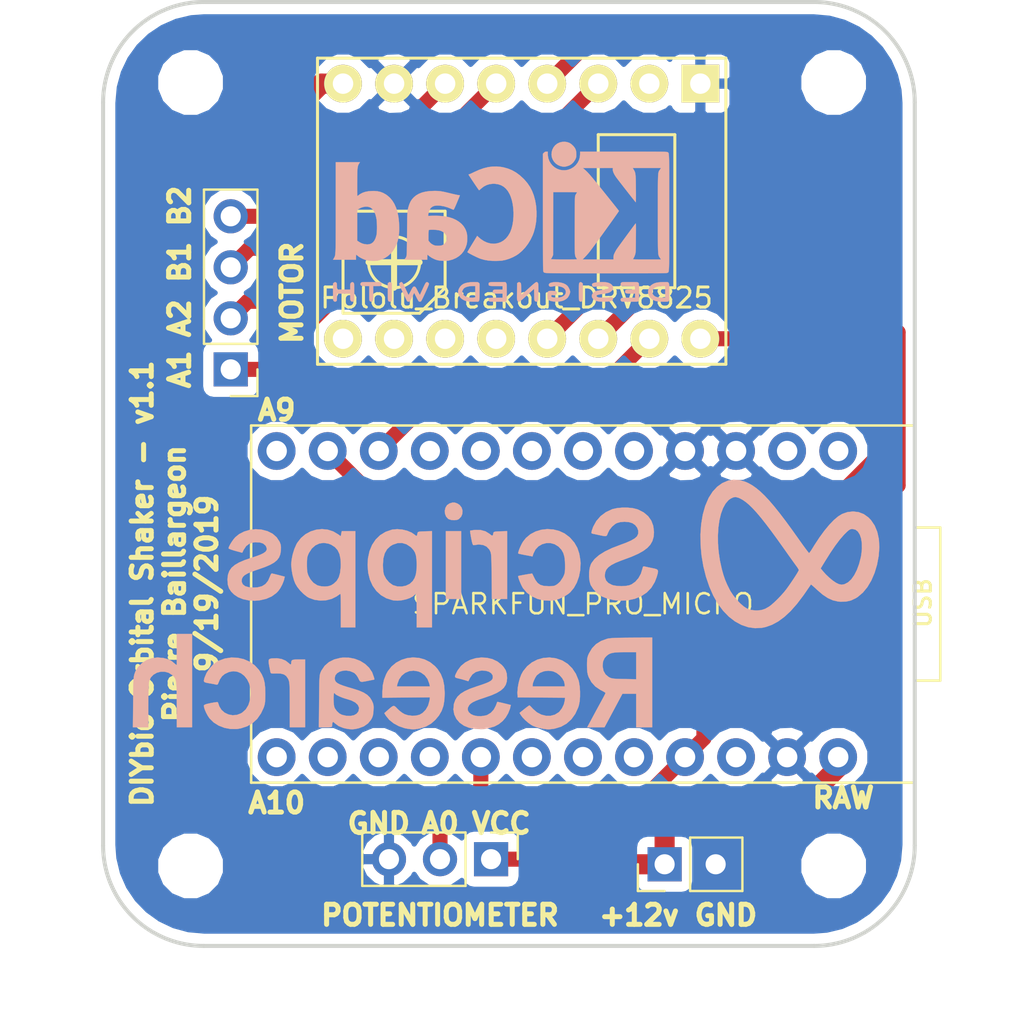
<source format=kicad_pcb>
(kicad_pcb (version 20171130) (host pcbnew "(5.0.0-rc3-dev)")

  (general
    (thickness 1.6)
    (drawings 23)
    (tracks 58)
    (zones 0)
    (modules 11)
    (nets 32)
  )

  (page A4)
  (layers
    (0 F.Cu signal)
    (31 B.Cu signal hide)
    (32 B.Adhes user)
    (33 F.Adhes user hide)
    (34 B.Paste user)
    (35 F.Paste user)
    (36 B.SilkS user)
    (37 F.SilkS user)
    (38 B.Mask user)
    (39 F.Mask user)
    (40 Dwgs.User user)
    (41 Cmts.User user)
    (42 Eco1.User user)
    (43 Eco2.User user)
    (44 Edge.Cuts user)
    (45 Margin user)
    (46 B.CrtYd user)
    (47 F.CrtYd user)
    (48 B.Fab user)
    (49 F.Fab user)
  )

  (setup
    (last_trace_width 0.75)
    (user_trace_width 0.5)
    (user_trace_width 0.75)
    (user_trace_width 1)
    (trace_clearance 0.2)
    (zone_clearance 0.508)
    (zone_45_only no)
    (trace_min 0.2)
    (segment_width 0.2)
    (edge_width 2)
    (via_size 0.8)
    (via_drill 0.4)
    (via_min_size 0.4)
    (via_min_drill 0.3)
    (uvia_size 0.3)
    (uvia_drill 0.1)
    (uvias_allowed no)
    (uvia_min_size 0.2)
    (uvia_min_drill 0.1)
    (pcb_text_width 0.3)
    (pcb_text_size 1.5 1.5)
    (mod_edge_width 0.15)
    (mod_text_size 1 1)
    (mod_text_width 0.15)
    (pad_size 1.7 1.7)
    (pad_drill 1)
    (pad_to_mask_clearance 0.2)
    (aux_axis_origin 0 0)
    (visible_elements 7FFFFFFF)
    (pcbplotparams
      (layerselection 0x010fc_ffffffff)
      (usegerberextensions false)
      (usegerberattributes false)
      (usegerberadvancedattributes false)
      (creategerberjobfile false)
      (excludeedgelayer true)
      (linewidth 0.100000)
      (plotframeref false)
      (viasonmask false)
      (mode 1)
      (useauxorigin false)
      (hpglpennumber 1)
      (hpglpenspeed 20)
      (hpglpendiameter 15.000000)
      (psnegative false)
      (psa4output false)
      (plotreference true)
      (plotvalue true)
      (plotinvisibletext false)
      (padsonsilk false)
      (subtractmaskfromsilk false)
      (outputformat 1)
      (mirror false)
      (drillshape 0)
      (scaleselection 1)
      (outputdirectory "GERBER-v1.1/"))
  )

  (net 0 "")
  (net 1 "Net-(B1-Pad1)")
  (net 2 "Net-(B1-Pad2)")
  (net 3 "Net-(B1-Pad5)")
  (net 4 "Net-(B1-Pad6)")
  (net 5 "Net-(B1-Pad7)")
  (net 6 "Net-(B1-Pad8)")
  (net 7 "Net-(B1-Pad9)")
  (net 8 "Net-(A1-Pad15)")
  (net 9 "Net-(A1-Pad16)")
  (net 10 "Net-(B1-Pad12)")
  (net 11 "Net-(B1-Pad13)")
  (net 12 "Net-(B1-Pad14)")
  (net 13 "Net-(B1-Pad15)")
  (net 14 "Net-(B1-Pad16)")
  (net 15 "Net-(B1-Pad17)")
  (net 16 "Net-(B1-Pad18)")
  (net 17 "Net-(B1-Pad19)")
  (net 18 "Net-(B1-Pad20)")
  (net 19 "Net-(A1-Pad13)")
  (net 20 "Net-(B1-Pad22)")
  (net 21 GND)
  (net 22 +12V)
  (net 23 "Net-(A1-Pad6)")
  (net 24 "Net-(A1-Pad5)")
  (net 25 "Net-(A1-Pad3)")
  (net 26 "Net-(A1-Pad4)")
  (net 27 "Net-(A1-Pad2)")
  (net 28 "Net-(A1-Pad9)")
  (net 29 "Net-(A1-Pad10)")
  (net 30 "Net-(A1-Pad11)")
  (net 31 "Net-(A1-Pad12)")

  (net_class Default "This is the default net class."
    (clearance 0.2)
    (trace_width 0.25)
    (via_dia 0.8)
    (via_drill 0.4)
    (uvia_dia 0.3)
    (uvia_drill 0.1)
    (add_net +12V)
    (add_net GND)
    (add_net "Net-(A1-Pad10)")
    (add_net "Net-(A1-Pad11)")
    (add_net "Net-(A1-Pad12)")
    (add_net "Net-(A1-Pad13)")
    (add_net "Net-(A1-Pad15)")
    (add_net "Net-(A1-Pad16)")
    (add_net "Net-(A1-Pad2)")
    (add_net "Net-(A1-Pad3)")
    (add_net "Net-(A1-Pad4)")
    (add_net "Net-(A1-Pad5)")
    (add_net "Net-(A1-Pad6)")
    (add_net "Net-(A1-Pad9)")
    (add_net "Net-(B1-Pad1)")
    (add_net "Net-(B1-Pad12)")
    (add_net "Net-(B1-Pad13)")
    (add_net "Net-(B1-Pad14)")
    (add_net "Net-(B1-Pad15)")
    (add_net "Net-(B1-Pad16)")
    (add_net "Net-(B1-Pad17)")
    (add_net "Net-(B1-Pad18)")
    (add_net "Net-(B1-Pad19)")
    (add_net "Net-(B1-Pad2)")
    (add_net "Net-(B1-Pad20)")
    (add_net "Net-(B1-Pad22)")
    (add_net "Net-(B1-Pad5)")
    (add_net "Net-(B1-Pad6)")
    (add_net "Net-(B1-Pad7)")
    (add_net "Net-(B1-Pad8)")
    (add_net "Net-(B1-Pad9)")
  )

  (module "Sparkfun parts:POLOLU-DRV8825" (layer F.Cu) (tedit 5D9278A5) (tstamp 5D84FF66)
    (at 124.206 74.676 270)
    (path /5D87915D)
    (fp_text reference A1 (at -1.27 -13.97 270) (layer F.SilkS) hide
      (effects (font (size 1.5 1.5) (thickness 0.15)))
    )
    (fp_text value Pololu_Breakout_DRV8825 (at 3.048 -1.016) (layer F.SilkS)
      (effects (font (size 1 1) (thickness 0.15)))
    )
    (fp_line (start -8.89 8.89) (end -8.89 -11.43) (layer F.SilkS) (width 0.15))
    (fp_line (start 6.35 8.89) (end -8.89 8.89) (layer F.SilkS) (width 0.15))
    (fp_line (start 6.35 -11.43) (end 6.35 8.89) (layer F.SilkS) (width 0.15))
    (fp_line (start -8.89 -11.43) (end 6.35 -11.43) (layer F.SilkS) (width 0.15))
    (fp_line (start -5.08 -5.08) (end -5.08 -8.89) (layer F.SilkS) (width 0.15))
    (fp_line (start 2.54 -5.08) (end -5.08 -5.08) (layer F.SilkS) (width 0.15))
    (fp_line (start 2.54 -8.89) (end 2.54 -5.08) (layer F.SilkS) (width 0.15))
    (fp_line (start -5.08 -8.89) (end 2.54 -8.89) (layer F.SilkS) (width 0.15))
    (fp_line (start 1.27 6.35) (end 1.27 3.81) (layer F.SilkS) (width 0.3))
    (fp_line (start 2.54 5.08) (end 0 5.08) (layer F.SilkS) (width 0.3))
    (fp_line (start 3.81 3.81) (end 3.81 7.62) (layer F.SilkS) (width 0.15))
    (fp_line (start 2.54 2.54) (end 3.81 3.81) (layer F.SilkS) (width 0.15))
    (fp_line (start -1.27 2.54) (end 2.54 2.54) (layer F.SilkS) (width 0.15))
    (fp_line (start -1.27 7.62) (end -1.27 2.54) (layer F.SilkS) (width 0.15))
    (fp_line (start 3.81 7.62) (end -1.27 7.62) (layer F.SilkS) (width 0.15))
    (fp_circle (center 1.27 5.08) (end 0 5.08) (layer F.SilkS) (width 0.15))
    (pad 16 thru_hole circle (at 5.08 -10.16 270) (size 1.8796 1.8796) (drill 1.016) (layers *.Cu *.Mask F.SilkS)
      (net 9 "Net-(A1-Pad16)"))
    (pad 15 thru_hole circle (at 5.08 -7.62 270) (size 1.8796 1.8796) (drill 1.016) (layers *.Cu *.Mask F.SilkS)
      (net 8 "Net-(A1-Pad15)"))
    (pad 14 thru_hole circle (at 5.08 -5.08 270) (size 1.8796 1.8796) (drill 1.016) (layers *.Cu *.Mask F.SilkS)
      (net 19 "Net-(A1-Pad13)"))
    (pad 13 thru_hole circle (at 5.08 -2.54 270) (size 1.8796 1.8796) (drill 1.016) (layers *.Cu *.Mask F.SilkS)
      (net 19 "Net-(A1-Pad13)"))
    (pad 12 thru_hole circle (at 5.08 0 270) (size 1.8796 1.8796) (drill 1.016) (layers *.Cu *.Mask F.SilkS)
      (net 31 "Net-(A1-Pad12)"))
    (pad 11 thru_hole circle (at 5.08 2.54 270) (size 1.8796 1.8796) (drill 1.016) (layers *.Cu *.Mask F.SilkS)
      (net 30 "Net-(A1-Pad11)"))
    (pad 10 thru_hole circle (at 5.08 5.08 270) (size 1.8796 1.8796) (drill 1.016) (layers *.Cu *.Mask F.SilkS)
      (net 29 "Net-(A1-Pad10)"))
    (pad 9 thru_hole circle (at 5.08 7.62 270) (size 1.8796 1.8796) (drill 1.016) (layers *.Cu *.Mask F.SilkS)
      (net 28 "Net-(A1-Pad9)"))
    (pad 8 thru_hole circle (at -7.62 7.62 270) (size 1.8796 1.8796) (drill 1.016) (layers *.Cu *.Mask F.SilkS)
      (net 22 +12V))
    (pad 7 thru_hole circle (at -7.62 5.08 270) (size 1.8796 1.8796) (drill 1.016) (layers *.Cu *.Mask F.SilkS)
      (net 21 GND))
    (pad 6 thru_hole circle (at -7.62 2.54 270) (size 1.8796 1.8796) (drill 1.016) (layers *.Cu *.Mask F.SilkS)
      (net 23 "Net-(A1-Pad6)"))
    (pad 5 thru_hole circle (at -7.62 0 270) (size 1.8796 1.8796) (drill 1.016) (layers *.Cu *.Mask F.SilkS)
      (net 24 "Net-(A1-Pad5)"))
    (pad 4 thru_hole circle (at -7.62 -2.54 270) (size 1.8796 1.8796) (drill 1.016) (layers *.Cu *.Mask F.SilkS)
      (net 26 "Net-(A1-Pad4)"))
    (pad 3 thru_hole circle (at -7.62 -5.08 270) (size 1.8796 1.8796) (drill 1.016) (layers *.Cu *.Mask F.SilkS)
      (net 25 "Net-(A1-Pad3)"))
    (pad 2 thru_hole circle (at -7.62 -7.62 270) (size 1.8796 1.8796) (drill 1.016) (layers *.Cu *.Mask F.SilkS)
      (net 27 "Net-(A1-Pad2)"))
    (pad 1 thru_hole rect (at -7.62 -10.16 270) (size 1.8796 1.8796) (drill 1.016) (layers *.Cu *.Mask F.SilkS)
      (net 21 GND))
  )

  (module "Sparkfun parts:SPARKFUN_PRO_MICRO" (layer F.Cu) (tedit 5D839EB9) (tstamp 5D830957)
    (at 128.524 92.964 270)
    (descr "SPARKFUN PRO MICO FOOTPRINT (WITH USB CONNECTOR)")
    (tags "SPARKFUN PRO MICO FOOTPRINT (WITH USB CONNECTOR)")
    (path /5D879065)
    (attr virtual)
    (fp_text reference B1 (at 0 -15.24 270) (layer F.SilkS) hide
      (effects (font (size 0.6096 0.6096) (thickness 0.127)))
    )
    (fp_text value SPARKFUN_PRO_MICRO (at 0 0) (layer F.SilkS)
      (effects (font (size 1 1) (thickness 0.127)))
    )
    (fp_text user USB (at -0.0508 -16.9164 270) (layer F.SilkS)
      (effects (font (size 0.8128 0.8128) (thickness 0.1524)))
    )
    (fp_line (start 3.81 -17.78) (end 3.81 -16.51) (layer F.SilkS) (width 0.127))
    (fp_line (start -3.81 -17.78) (end 3.81 -17.78) (layer F.SilkS) (width 0.127))
    (fp_line (start -3.81 -16.51) (end -3.81 -17.78) (layer F.SilkS) (width 0.127))
    (fp_line (start 8.89 -16.51) (end -8.89 -16.51) (layer F.SilkS) (width 0.127))
    (fp_line (start 8.89 16.51) (end 8.89 -16.51) (layer F.SilkS) (width 0.127))
    (fp_line (start -8.89 16.51) (end 8.89 16.51) (layer F.SilkS) (width 0.127))
    (fp_line (start -8.89 -16.51) (end -8.89 16.51) (layer F.SilkS) (width 0.127))
    (pad 24 thru_hole circle (at 7.62 -12.7 270) (size 1.8796 1.8796) (drill 1.016) (layers *.Cu *.Mask)
      (net 22 +12V) (solder_mask_margin 0.1016))
    (pad 23 thru_hole circle (at 7.62 -10.16 270) (size 1.8796 1.8796) (drill 1.016) (layers *.Cu *.Mask)
      (net 21 GND) (solder_mask_margin 0.1016))
    (pad 22 thru_hole circle (at 7.62 -7.62 270) (size 1.8796 1.8796) (drill 1.016) (layers *.Cu *.Mask)
      (net 20 "Net-(B1-Pad22)") (solder_mask_margin 0.1016))
    (pad 21 thru_hole circle (at 7.62 -5.08 270) (size 1.8796 1.8796) (drill 1.016) (layers *.Cu *.Mask)
      (net 19 "Net-(A1-Pad13)") (solder_mask_margin 0.1016))
    (pad 20 thru_hole circle (at 7.62 -2.54 270) (size 1.8796 1.8796) (drill 1.016) (layers *.Cu *.Mask)
      (net 18 "Net-(B1-Pad20)") (solder_mask_margin 0.1016))
    (pad 19 thru_hole circle (at 7.62 0 270) (size 1.8796 1.8796) (drill 1.016) (layers *.Cu *.Mask)
      (net 17 "Net-(B1-Pad19)") (solder_mask_margin 0.1016))
    (pad 18 thru_hole circle (at 7.62 2.54 270) (size 1.8796 1.8796) (drill 1.016) (layers *.Cu *.Mask)
      (net 16 "Net-(B1-Pad18)") (solder_mask_margin 0.1016))
    (pad 17 thru_hole circle (at 7.62 5.08 270) (size 1.8796 1.8796) (drill 1.016) (layers *.Cu *.Mask)
      (net 15 "Net-(B1-Pad17)") (solder_mask_margin 0.1016))
    (pad 16 thru_hole circle (at 7.62 7.62 270) (size 1.8796 1.8796) (drill 1.016) (layers *.Cu *.Mask)
      (net 14 "Net-(B1-Pad16)") (solder_mask_margin 0.1016))
    (pad 15 thru_hole circle (at 7.62 10.16 270) (size 1.8796 1.8796) (drill 1.016) (layers *.Cu *.Mask)
      (net 13 "Net-(B1-Pad15)") (solder_mask_margin 0.1016))
    (pad 14 thru_hole circle (at 7.62 12.7 270) (size 1.8796 1.8796) (drill 1.016) (layers *.Cu *.Mask)
      (net 12 "Net-(B1-Pad14)") (solder_mask_margin 0.1016))
    (pad 13 thru_hole circle (at 7.62 15.24 270) (size 1.8796 1.8796) (drill 1.016) (layers *.Cu *.Mask)
      (net 11 "Net-(B1-Pad13)") (solder_mask_margin 0.1016))
    (pad 12 thru_hole circle (at -7.62 15.24 270) (size 1.8796 1.8796) (drill 1.016) (layers *.Cu *.Mask)
      (net 10 "Net-(B1-Pad12)") (solder_mask_margin 0.1016))
    (pad 11 thru_hole circle (at -7.62 12.7 270) (size 1.8796 1.8796) (drill 1.016) (layers *.Cu *.Mask)
      (net 9 "Net-(A1-Pad16)") (solder_mask_margin 0.1016))
    (pad 10 thru_hole circle (at -7.62 10.16 270) (size 1.8796 1.8796) (drill 1.016) (layers *.Cu *.Mask)
      (net 8 "Net-(A1-Pad15)") (solder_mask_margin 0.1016))
    (pad 9 thru_hole circle (at -7.62 7.62 270) (size 1.8796 1.8796) (drill 1.016) (layers *.Cu *.Mask)
      (net 7 "Net-(B1-Pad9)") (solder_mask_margin 0.1016))
    (pad 8 thru_hole circle (at -7.62 5.08 270) (size 1.8796 1.8796) (drill 1.016) (layers *.Cu *.Mask)
      (net 6 "Net-(B1-Pad8)") (solder_mask_margin 0.1016))
    (pad 7 thru_hole circle (at -7.62 2.54 270) (size 1.8796 1.8796) (drill 1.016) (layers *.Cu *.Mask)
      (net 5 "Net-(B1-Pad7)") (solder_mask_margin 0.1016))
    (pad 6 thru_hole circle (at -7.62 0 270) (size 1.8796 1.8796) (drill 1.016) (layers *.Cu *.Mask)
      (net 4 "Net-(B1-Pad6)") (solder_mask_margin 0.1016))
    (pad 5 thru_hole circle (at -7.62 -2.54 270) (size 1.8796 1.8796) (drill 1.016) (layers *.Cu *.Mask)
      (net 3 "Net-(B1-Pad5)") (solder_mask_margin 0.1016))
    (pad 4 thru_hole circle (at -7.62 -5.08 270) (size 1.8796 1.8796) (drill 1.016) (layers *.Cu *.Mask)
      (net 21 GND) (solder_mask_margin 0.1016))
    (pad 3 thru_hole circle (at -7.62 -7.62 270) (size 1.8796 1.8796) (drill 1.016) (layers *.Cu *.Mask)
      (net 21 GND) (solder_mask_margin 0.1016))
    (pad 2 thru_hole circle (at -7.62 -10.16 270) (size 1.8796 1.8796) (drill 1.016) (layers *.Cu *.Mask)
      (net 2 "Net-(B1-Pad2)") (solder_mask_margin 0.1016))
    (pad 1 thru_hole circle (at -7.62 -12.7 270) (size 1.8796 1.8796) (drill 1.016) (layers *.Cu *.Mask)
      (net 1 "Net-(B1-Pad1)") (solder_mask_margin 0.1016))
  )

  (module Mounting_Holes:MountingHole_2.2mm_M2 (layer F.Cu) (tedit 5D838E06) (tstamp 5D84274F)
    (at 141 106)
    (descr "Mounting Hole 2.2mm, no annular, M2")
    (tags "mounting hole 2.2mm no annular m2")
    (attr virtual)
    (fp_text reference REF** (at 7.59 -0.59) (layer F.SilkS) hide
      (effects (font (size 1 1) (thickness 0.15)))
    )
    (fp_text value MountingHole_2.2mm_M2 (at 0 3.2) (layer F.Fab)
      (effects (font (size 1 1) (thickness 0.15)))
    )
    (fp_text user %R (at 0.3 0) (layer F.Fab)
      (effects (font (size 1 1) (thickness 0.15)))
    )
    (fp_circle (center 0 0) (end 2.2 0) (layer Cmts.User) (width 0.15))
    (fp_circle (center 0 0) (end 2.45 0) (layer F.CrtYd) (width 0.05))
    (pad 1 np_thru_hole circle (at 0 0) (size 2.2 2.2) (drill 2.2) (layers *.Cu *.Mask))
  )

  (module Mounting_Holes:MountingHole_2.2mm_M2 (layer F.Cu) (tedit 5D838DFF) (tstamp 5D842780)
    (at 109 106)
    (descr "Mounting Hole 2.2mm, no annular, M2")
    (tags "mounting hole 2.2mm no annular m2")
    (attr virtual)
    (fp_text reference REF** (at -8.924 -1.098) (layer F.SilkS) hide
      (effects (font (size 1 1) (thickness 0.15)))
    )
    (fp_text value MountingHole_2.2mm_M2 (at 0 3.2) (layer F.Fab)
      (effects (font (size 1 1) (thickness 0.15)))
    )
    (fp_text user %R (at 0.3 0) (layer F.Fab)
      (effects (font (size 1 1) (thickness 0.15)))
    )
    (fp_circle (center 0 0) (end 2.2 0) (layer Cmts.User) (width 0.15))
    (fp_circle (center 0 0) (end 2.45 0) (layer F.CrtYd) (width 0.05))
    (pad 1 np_thru_hole circle (at 0 0) (size 2.2 2.2) (drill 2.2) (layers *.Cu *.Mask))
  )

  (module Mounting_Holes:MountingHole_2.2mm_M2 (layer F.Cu) (tedit 5D838E12) (tstamp 5D84254F)
    (at 109 67)
    (descr "Mounting Hole 2.2mm, no annular, M2")
    (tags "mounting hole 2.2mm no annular m2")
    (attr virtual)
    (fp_text reference REF** (at -6.892 1.072) (layer F.SilkS) hide
      (effects (font (size 1 1) (thickness 0.15)))
    )
    (fp_text value MountingHole_2.2mm_M2 (at 0 3.2) (layer F.Fab)
      (effects (font (size 1 1) (thickness 0.15)))
    )
    (fp_circle (center 0 0) (end 2.45 0) (layer F.CrtYd) (width 0.05))
    (fp_circle (center 0 0) (end 2.2 0) (layer Cmts.User) (width 0.15))
    (fp_text user %R (at 0.3 0) (layer F.Fab)
      (effects (font (size 1 1) (thickness 0.15)))
    )
    (pad 1 np_thru_hole circle (at 0 0) (size 2.2 2.2) (drill 2.2) (layers *.Cu *.Mask))
  )

  (module Pin_Headers:Pin_Header_Straight_1x02_Pitch2.54mm (layer F.Cu) (tedit 5D839EC3) (tstamp 5D83096D)
    (at 132.588 105.918 90)
    (descr "Through hole straight pin header, 1x02, 2.54mm pitch, single row")
    (tags "Through hole pin header THT 1x02 2.54mm single row")
    (path /5D87BE87)
    (fp_text reference J1 (at 0 -2.33 90) (layer F.SilkS) hide
      (effects (font (size 1 1) (thickness 0.15)))
    )
    (fp_text value Conn_01x02_Female (at -5.588 1.524 180) (layer F.Fab)
      (effects (font (size 1 1) (thickness 0.15)))
    )
    (fp_text user %R (at 0 1.27 180) (layer F.Fab)
      (effects (font (size 1 1) (thickness 0.15)))
    )
    (fp_line (start 1.8 -1.8) (end -1.8 -1.8) (layer F.CrtYd) (width 0.05))
    (fp_line (start 1.8 4.35) (end 1.8 -1.8) (layer F.CrtYd) (width 0.05))
    (fp_line (start -1.8 4.35) (end 1.8 4.35) (layer F.CrtYd) (width 0.05))
    (fp_line (start -1.8 -1.8) (end -1.8 4.35) (layer F.CrtYd) (width 0.05))
    (fp_line (start -1.33 -1.33) (end 0 -1.33) (layer F.SilkS) (width 0.12))
    (fp_line (start -1.33 0) (end -1.33 -1.33) (layer F.SilkS) (width 0.12))
    (fp_line (start -1.33 1.27) (end 1.33 1.27) (layer F.SilkS) (width 0.12))
    (fp_line (start 1.33 1.27) (end 1.33 3.87) (layer F.SilkS) (width 0.12))
    (fp_line (start -1.33 1.27) (end -1.33 3.87) (layer F.SilkS) (width 0.12))
    (fp_line (start -1.33 3.87) (end 1.33 3.87) (layer F.SilkS) (width 0.12))
    (fp_line (start -1.27 -0.635) (end -0.635 -1.27) (layer F.Fab) (width 0.1))
    (fp_line (start -1.27 3.81) (end -1.27 -0.635) (layer F.Fab) (width 0.1))
    (fp_line (start 1.27 3.81) (end -1.27 3.81) (layer F.Fab) (width 0.1))
    (fp_line (start 1.27 -1.27) (end 1.27 3.81) (layer F.Fab) (width 0.1))
    (fp_line (start -0.635 -1.27) (end 1.27 -1.27) (layer F.Fab) (width 0.1))
    (pad 2 thru_hole oval (at 0 2.54 90) (size 1.7 1.7) (drill 1) (layers *.Cu *.Mask)
      (net 21 GND) (zone_connect 2))
    (pad 1 thru_hole rect (at 0 0 90) (size 1.7 1.7) (drill 1) (layers *.Cu *.Mask)
      (net 22 +12V))
    (model ${KISYS3DMOD}/Pin_Headers.3dshapes/Pin_Header_Straight_1x02_Pitch2.54mm.wrl
      (at (xyz 0 0 0))
      (scale (xyz 1 1 1))
      (rotate (xyz 0 0 0))
    )
  )

  (module Pin_Headers:Pin_Header_Straight_1x04_Pitch2.54mm (layer F.Cu) (tedit 5D839EBF) (tstamp 5D848911)
    (at 110.998 81.28 180)
    (descr "Through hole straight pin header, 1x04, 2.54mm pitch, single row")
    (tags "Through hole pin header THT 1x04 2.54mm single row")
    (path /5D87A2E4)
    (fp_text reference J2 (at 0 -2.33 180) (layer F.SilkS) hide
      (effects (font (size 1 1) (thickness 0.15)))
    )
    (fp_text value Conn_01x04_Female (at 0 9.95 180) (layer F.Fab)
      (effects (font (size 1 1) (thickness 0.15)))
    )
    (fp_text user %R (at 0 3.81 270) (layer F.Fab)
      (effects (font (size 1 1) (thickness 0.15)))
    )
    (fp_line (start 1.8 -1.8) (end -1.8 -1.8) (layer F.CrtYd) (width 0.05))
    (fp_line (start 1.8 9.4) (end 1.8 -1.8) (layer F.CrtYd) (width 0.05))
    (fp_line (start -1.8 9.4) (end 1.8 9.4) (layer F.CrtYd) (width 0.05))
    (fp_line (start -1.8 -1.8) (end -1.8 9.4) (layer F.CrtYd) (width 0.05))
    (fp_line (start -1.33 -1.33) (end 0 -1.33) (layer F.SilkS) (width 0.12))
    (fp_line (start -1.33 0) (end -1.33 -1.33) (layer F.SilkS) (width 0.12))
    (fp_line (start -1.33 1.27) (end 1.33 1.27) (layer F.SilkS) (width 0.12))
    (fp_line (start 1.33 1.27) (end 1.33 8.95) (layer F.SilkS) (width 0.12))
    (fp_line (start -1.33 1.27) (end -1.33 8.95) (layer F.SilkS) (width 0.12))
    (fp_line (start -1.33 8.95) (end 1.33 8.95) (layer F.SilkS) (width 0.12))
    (fp_line (start -1.27 -0.635) (end -0.635 -1.27) (layer F.Fab) (width 0.1))
    (fp_line (start -1.27 8.89) (end -1.27 -0.635) (layer F.Fab) (width 0.1))
    (fp_line (start 1.27 8.89) (end -1.27 8.89) (layer F.Fab) (width 0.1))
    (fp_line (start 1.27 -1.27) (end 1.27 8.89) (layer F.Fab) (width 0.1))
    (fp_line (start -0.635 -1.27) (end 1.27 -1.27) (layer F.Fab) (width 0.1))
    (pad 4 thru_hole oval (at 0 7.62 180) (size 1.7 1.7) (drill 1) (layers *.Cu *.Mask)
      (net 23 "Net-(A1-Pad6)"))
    (pad 3 thru_hole oval (at 0 5.08 180) (size 1.7 1.7) (drill 1) (layers *.Cu *.Mask)
      (net 24 "Net-(A1-Pad5)"))
    (pad 2 thru_hole oval (at 0 2.54 180) (size 1.7 1.7) (drill 1) (layers *.Cu *.Mask)
      (net 25 "Net-(A1-Pad3)"))
    (pad 1 thru_hole rect (at 0 0 180) (size 1.7 1.7) (drill 1) (layers *.Cu *.Mask)
      (net 26 "Net-(A1-Pad4)"))
    (model ${KISYS3DMOD}/Pin_Headers.3dshapes/Pin_Header_Straight_1x04_Pitch2.54mm.wrl
      (at (xyz 0 0 0))
      (scale (xyz 1 1 1))
      (rotate (xyz 0 0 0))
    )
  )

  (module Pin_Headers:Pin_Header_Straight_1x03_Pitch2.54mm (layer F.Cu) (tedit 5D839EC8) (tstamp 5D83ED89)
    (at 123.952 105.664 270)
    (descr "Through hole straight pin header, 1x03, 2.54mm pitch, single row")
    (tags "Through hole pin header THT 1x03 2.54mm single row")
    (path /5D87EC34)
    (fp_text reference J3 (at 0 -2.33 270) (layer F.SilkS) hide
      (effects (font (size 1 1) (thickness 0.15)))
    )
    (fp_text value Conn_01x03_Female (at 7.112 3.556) (layer F.Fab)
      (effects (font (size 1 1) (thickness 0.15)))
    )
    (fp_text user %R (at 0 2.54) (layer F.Fab)
      (effects (font (size 1 1) (thickness 0.15)))
    )
    (fp_line (start 1.8 -1.8) (end -1.8 -1.8) (layer F.CrtYd) (width 0.05))
    (fp_line (start 1.8 6.85) (end 1.8 -1.8) (layer F.CrtYd) (width 0.05))
    (fp_line (start -1.8 6.85) (end 1.8 6.85) (layer F.CrtYd) (width 0.05))
    (fp_line (start -1.8 -1.8) (end -1.8 6.85) (layer F.CrtYd) (width 0.05))
    (fp_line (start -1.33 -1.33) (end 0 -1.33) (layer F.SilkS) (width 0.12))
    (fp_line (start -1.33 0) (end -1.33 -1.33) (layer F.SilkS) (width 0.12))
    (fp_line (start -1.33 1.27) (end 1.33 1.27) (layer F.SilkS) (width 0.12))
    (fp_line (start 1.33 1.27) (end 1.33 6.41) (layer F.SilkS) (width 0.12))
    (fp_line (start -1.33 1.27) (end -1.33 6.41) (layer F.SilkS) (width 0.12))
    (fp_line (start -1.33 6.41) (end 1.33 6.41) (layer F.SilkS) (width 0.12))
    (fp_line (start -1.27 -0.635) (end -0.635 -1.27) (layer F.Fab) (width 0.1))
    (fp_line (start -1.27 6.35) (end -1.27 -0.635) (layer F.Fab) (width 0.1))
    (fp_line (start 1.27 6.35) (end -1.27 6.35) (layer F.Fab) (width 0.1))
    (fp_line (start 1.27 -1.27) (end 1.27 6.35) (layer F.Fab) (width 0.1))
    (fp_line (start -0.635 -1.27) (end 1.27 -1.27) (layer F.Fab) (width 0.1))
    (pad 3 thru_hole oval (at 0 5.08 270) (size 1.7 1.7) (drill 1) (layers *.Cu *.Mask)
      (net 21 GND))
    (pad 2 thru_hole oval (at 0 2.54 270) (size 1.7 1.7) (drill 1) (layers *.Cu *.Mask)
      (net 15 "Net-(B1-Pad17)"))
    (pad 1 thru_hole rect (at 0 0 270) (size 1.7 1.7) (drill 1) (layers *.Cu *.Mask)
      (net 19 "Net-(A1-Pad13)"))
    (model ${KISYS3DMOD}/Pin_Headers.3dshapes/Pin_Header_Straight_1x03_Pitch2.54mm.wrl
      (at (xyz 0 0 0))
      (scale (xyz 1 1 1))
      (rotate (xyz 0 0 0))
    )
  )

  (module Mounting_Holes:MountingHole_2.2mm_M2 (layer F.Cu) (tedit 5D838E0C) (tstamp 5D842539)
    (at 141 67)
    (descr "Mounting Hole 2.2mm, no annular, M2")
    (tags "mounting hole 2.2mm no annular m2")
    (attr virtual)
    (fp_text reference REF** (at 7.082 0.31) (layer F.SilkS) hide
      (effects (font (size 1 1) (thickness 0.15)))
    )
    (fp_text value MountingHole_2.2mm_M2 (at 0 3.2) (layer F.Fab)
      (effects (font (size 1 1) (thickness 0.15)))
    )
    (fp_text user %R (at 0.3 0) (layer F.Fab)
      (effects (font (size 1 1) (thickness 0.15)))
    )
    (fp_circle (center 0 0) (end 2.2 0) (layer Cmts.User) (width 0.15))
    (fp_circle (center 0 0) (end 2.45 0) (layer F.CrtYd) (width 0.05))
    (pad 1 np_thru_hole circle (at 0 0) (size 2.2 2.2) (drill 2.2) (layers *.Cu *.Mask))
  )

  (module Symbols:KiCad-Logo2_8mm_SilkScreen (layer B.Cu) (tedit 0) (tstamp 5D84FAF7)
    (at 124.46 73.914 180)
    (descr "KiCad Logo")
    (tags "Logo KiCad")
    (attr virtual)
    (fp_text reference REF*** (at 0 0 180) (layer B.SilkS) hide
      (effects (font (size 1 1) (thickness 0.15)) (justify mirror))
    )
    (fp_text value KiCad-Logo2_8mm_SilkScreen (at 0.75 0 180) (layer B.Fab) hide
      (effects (font (size 1 1) (thickness 0.15)) (justify mirror))
    )
    (fp_poly (pts (xy -8.149754 -3.020945) (xy -8.097189 -3.02148) (xy -7.943165 -3.025196) (xy -7.814171 -3.036235)
      (xy -7.705809 -3.055782) (xy -7.613684 -3.085019) (xy -7.533399 -3.125133) (xy -7.460558 -3.177305)
      (xy -7.434541 -3.199969) (xy -7.391383 -3.252998) (xy -7.352467 -3.324957) (xy -7.322473 -3.40472)
      (xy -7.306081 -3.481161) (xy -7.304378 -3.509408) (xy -7.315051 -3.58771) (xy -7.343653 -3.673241)
      (xy -7.385057 -3.754199) (xy -7.434141 -3.818782) (xy -7.442113 -3.826574) (xy -7.509646 -3.881344)
      (xy -7.583598 -3.924099) (xy -7.668234 -3.955959) (xy -7.767817 -3.978044) (xy -7.886612 -3.991474)
      (xy -8.02888 -3.99737) (xy -8.094046 -3.99787) (xy -8.176901 -3.997471) (xy -8.235169 -3.995802)
      (xy -8.274316 -3.992158) (xy -8.299809 -3.985829) (xy -8.317114 -3.97611) (xy -8.32639 -3.96781)
      (xy -8.335152 -3.957728) (xy -8.342025 -3.944721) (xy -8.347238 -3.925305) (xy -8.351019 -3.895996)
      (xy -8.353597 -3.853309) (xy -8.3552 -3.793761) (xy -8.356057 -3.713866) (xy -8.356397 -3.610141)
      (xy -8.356449 -3.509408) (xy -8.35678 -3.375055) (xy -8.356708 -3.267728) (xy -8.35543 -3.216331)
      (xy -8.161065 -3.216331) (xy -8.161065 -3.802485) (xy -8.037071 -3.802371) (xy -7.962461 -3.800232)
      (xy -7.884318 -3.794719) (xy -7.81912 -3.787008) (xy -7.817136 -3.786691) (xy -7.711763 -3.761214)
      (xy -7.630032 -3.721536) (xy -7.567862 -3.665074) (xy -7.52836 -3.603942) (xy -7.50402 -3.536129)
      (xy -7.505907 -3.472455) (xy -7.534155 -3.404201) (xy -7.589408 -3.333592) (xy -7.665973 -3.281271)
      (xy -7.765495 -3.246299) (xy -7.832007 -3.233922) (xy -7.907507 -3.22523) (xy -7.987525 -3.21894)
      (xy -8.055584 -3.216324) (xy -8.059615 -3.216312) (xy -8.161065 -3.216331) (xy -8.35543 -3.216331)
      (xy -8.354636 -3.184417) (xy -8.348961 -3.122115) (xy -8.338087 -3.077811) (xy -8.320414 -3.048496)
      (xy -8.294343 -3.031161) (xy -8.258275 -3.022797) (xy -8.210612 -3.020395) (xy -8.149754 -3.020945)) (layer B.SilkS) (width 0.01))
    (fp_poly (pts (xy -6.27443 -3.021052) (xy -6.182022 -3.021548) (xy -6.112273 -3.022701) (xy -6.061483 -3.02478)
      (xy -6.025951 -3.028051) (xy -6.001978 -3.032783) (xy -5.985864 -3.039243) (xy -5.973909 -3.047699)
      (xy -5.969579 -3.051591) (xy -5.943251 -3.09294) (xy -5.938511 -3.140452) (xy -5.95583 -3.182631)
      (xy -5.963839 -3.191156) (xy -5.976792 -3.199421) (xy -5.997648 -3.205797) (xy -6.030276 -3.210595)
      (xy -6.078542 -3.214124) (xy -6.146314 -3.216694) (xy -6.23746 -3.218617) (xy -6.320791 -3.219787)
      (xy -6.650592 -3.223846) (xy -6.659606 -3.396686) (xy -6.435742 -3.396686) (xy -6.338554 -3.397525)
      (xy -6.267403 -3.401032) (xy -6.218291 -3.408695) (xy -6.187217 -3.422003) (xy -6.170184 -3.442441)
      (xy -6.163192 -3.471499) (xy -6.16213 -3.498467) (xy -6.16543 -3.531557) (xy -6.177883 -3.55594)
      (xy -6.20332 -3.572889) (xy -6.245571 -3.583679) (xy -6.308466 -3.589584) (xy -6.395835 -3.591877)
      (xy -6.443521 -3.592071) (xy -6.658106 -3.592071) (xy -6.658106 -3.802485) (xy -6.327455 -3.802485)
      (xy -6.21907 -3.802636) (xy -6.136697 -3.803314) (xy -6.076289 -3.804856) (xy -6.033799 -3.807599)
      (xy -6.005181 -3.811881) (xy -5.986388 -3.818039) (xy -5.973374 -3.826409) (xy -5.966745 -3.832544)
      (xy -5.944007 -3.868349) (xy -5.936686 -3.900177) (xy -5.947139 -3.939054) (xy -5.966745 -3.96781)
      (xy -5.977205 -3.976863) (xy -5.990708 -3.983893) (xy -6.010886 -3.989154) (xy -6.041371 -3.992901)
      (xy -6.085795 -3.99539) (xy -6.147791 -3.996875) (xy -6.230991 -3.997611) (xy -6.339027 -3.997854)
      (xy -6.395089 -3.99787) (xy -6.515144 -3.997763) (xy -6.608774 -3.997275) (xy -6.679609 -3.996149)
      (xy -6.731281 -3.994131) (xy -6.767423 -3.990966) (xy -6.791668 -3.986399) (xy -6.807647 -3.980176)
      (xy -6.818993 -3.97204) (xy -6.823432 -3.96781) (xy -6.832217 -3.957696) (xy -6.839104 -3.944648)
      (xy -6.844321 -3.92517) (xy -6.848099 -3.895764) (xy -6.85067 -3.852934) (xy -6.852264 -3.793184)
      (xy -6.853111 -3.713017) (xy -6.853442 -3.608937) (xy -6.853491 -3.512028) (xy -6.853446 -3.387923)
      (xy -6.853134 -3.290366) (xy -6.852288 -3.215846) (xy -6.850642 -3.160851) (xy -6.847929 -3.12187)
      (xy -6.843883 -3.095393) (xy -6.838237 -3.077906) (xy -6.830726 -3.0659) (xy -6.821082 -3.055863)
      (xy -6.818706 -3.053626) (xy -6.807175 -3.043719) (xy -6.793778 -3.036048) (xy -6.774796 -3.030326)
      (xy -6.746515 -3.026268) (xy -6.705218 -3.023588) (xy -6.647188 -3.022002) (xy -6.568709 -3.021224)
      (xy -6.466066 -3.020968) (xy -6.393196 -3.020946) (xy -6.27443 -3.021052)) (layer B.SilkS) (width 0.01))
    (fp_poly (pts (xy -4.914988 -3.022657) (xy -4.815383 -3.02962) (xy -4.722744 -3.040495) (xy -4.642458 -3.054874)
      (xy -4.579908 -3.072346) (xy -4.540481 -3.092502) (xy -4.534429 -3.098435) (xy -4.513384 -3.144475)
      (xy -4.519766 -3.19174) (xy -4.552407 -3.232178) (xy -4.553964 -3.233337) (xy -4.573163 -3.245797)
      (xy -4.593205 -3.252349) (xy -4.62116 -3.253144) (xy -4.664099 -3.248336) (xy -4.729091 -3.238075)
      (xy -4.734319 -3.237211) (xy -4.831161 -3.225314) (xy -4.935644 -3.219445) (xy -5.040435 -3.219388)
      (xy -5.138202 -3.224927) (xy -5.221612 -3.235845) (xy -5.283333 -3.251925) (xy -5.287388 -3.253541)
      (xy -5.332164 -3.278629) (xy -5.347896 -3.304018) (xy -5.33558 -3.328987) (xy -5.296215 -3.352816)
      (xy -5.230798 -3.374782) (xy -5.140326 -3.394166) (xy -5.08 -3.403498) (xy -4.9546 -3.421449)
      (xy -4.854865 -3.437859) (xy -4.776546 -3.454148) (xy -4.715393 -3.471738) (xy -4.667159 -3.492049)
      (xy -4.627595 -3.516503) (xy -4.592452 -3.54652) (xy -4.564211 -3.575996) (xy -4.530708 -3.617067)
      (xy -4.514219 -3.652382) (xy -4.509063 -3.695893) (xy -4.508876 -3.711828) (xy -4.512748 -3.764705)
      (xy -4.528227 -3.804043) (xy -4.555015 -3.83896) (xy -4.609459 -3.892334) (xy -4.67017 -3.933038)
      (xy -4.741658 -3.9624) (xy -4.828436 -3.981747) (xy -4.935014 -3.992406) (xy -5.065903 -3.995705)
      (xy -5.087515 -3.995649) (xy -5.174798 -3.99384) (xy -5.261359 -3.989729) (xy -5.337762 -3.983906)
      (xy -5.39457 -3.976961) (xy -5.399164 -3.976164) (xy -5.455645 -3.962784) (xy -5.503552 -3.945882)
      (xy -5.530673 -3.930431) (xy -5.555911 -3.889666) (xy -5.557669 -3.842198) (xy -5.535912 -3.799895)
      (xy -5.531044 -3.795112) (xy -5.510922 -3.780899) (xy -5.485758 -3.774776) (xy -5.446813 -3.775818)
      (xy -5.399535 -3.781234) (xy -5.346705 -3.786073) (xy -5.272648 -3.790155) (xy -5.186191 -3.793118)
      (xy -5.096163 -3.794597) (xy -5.072485 -3.794694) (xy -4.982122 -3.79433) (xy -4.915989 -3.792576)
      (xy -4.868267 -3.788823) (xy -4.833138 -3.782463) (xy -4.804782 -3.772887) (xy -4.787741 -3.764911)
      (xy -4.750296 -3.742765) (xy -4.726421 -3.722708) (xy -4.722932 -3.717023) (xy -4.730293 -3.693545)
      (xy -4.765287 -3.670817) (xy -4.825488 -3.64987) (xy -4.908471 -3.631736) (xy -4.93292 -3.627697)
      (xy -5.060622 -3.607639) (xy -5.16254 -3.590874) (xy -5.242606 -3.576183) (xy -5.304754 -3.562348)
      (xy -5.352918 -3.548151) (xy -5.391032 -3.532373) (xy -5.42303 -3.513796) (xy -5.452844 -3.491202)
      (xy -5.48441 -3.463373) (xy -5.495032 -3.453616) (xy -5.532273 -3.417202) (xy -5.551987 -3.388352)
      (xy -5.559699 -3.355338) (xy -5.560947 -3.313735) (xy -5.547215 -3.232151) (xy -5.506178 -3.162834)
      (xy -5.43807 -3.106008) (xy -5.343127 -3.061897) (xy -5.275384 -3.042112) (xy -5.201759 -3.029333)
      (xy -5.113561 -3.022104) (xy -5.016176 -3.020015) (xy -4.914988 -3.022657)) (layer B.SilkS) (width 0.01))
    (fp_poly (pts (xy -3.892663 -3.051006) (xy -3.883901 -3.061088) (xy -3.877028 -3.074095) (xy -3.871815 -3.093511)
      (xy -3.868034 -3.12282) (xy -3.865456 -3.165507) (xy -3.863853 -3.225055) (xy -3.862995 -3.30495)
      (xy -3.862656 -3.408676) (xy -3.862603 -3.509408) (xy -3.862696 -3.634352) (xy -3.863127 -3.732721)
      (xy -3.864123 -3.808001) (xy -3.865915 -3.863674) (xy -3.868729 -3.903226) (xy -3.872796 -3.930141)
      (xy -3.878342 -3.947903) (xy -3.885597 -3.959997) (xy -3.892663 -3.96781) (xy -3.936602 -3.994012)
      (xy -3.98342 -3.991661) (xy -4.025309 -3.963084) (xy -4.034934 -3.951927) (xy -4.042455 -3.938983)
      (xy -4.048134 -3.920672) (xy -4.052227 -3.893418) (xy -4.054995 -3.85364) (xy -4.056696 -3.797762)
      (xy -4.057589 -3.722204) (xy -4.057933 -3.623388) (xy -4.057988 -3.511514) (xy -4.057988 -3.094728)
      (xy -4.021097 -3.057837) (xy -3.975625 -3.0268) (xy -3.931516 -3.025681) (xy -3.892663 -3.051006)) (layer B.SilkS) (width 0.01))
    (fp_poly (pts (xy -2.596262 -3.028312) (xy -2.505041 -3.043618) (xy -2.434982 -3.067411) (xy -2.389404 -3.09874)
      (xy -2.376984 -3.116614) (xy -2.364354 -3.158185) (xy -2.372853 -3.195792) (xy -2.399685 -3.231455)
      (xy -2.441376 -3.248139) (xy -2.50187 -3.246784) (xy -2.548659 -3.237745) (xy -2.652628 -3.220523)
      (xy -2.75888 -3.218887) (xy -2.877809 -3.232865) (xy -2.91066 -3.238788) (xy -3.021245 -3.269967)
      (xy -3.107759 -3.316346) (xy -3.169253 -3.377135) (xy -3.204778 -3.451544) (xy -3.212125 -3.490014)
      (xy -3.207316 -3.568063) (xy -3.176266 -3.637117) (xy -3.121806 -3.695829) (xy -3.046764 -3.742853)
      (xy -2.95397 -3.776843) (xy -2.846252 -3.796454) (xy -2.726441 -3.800341) (xy -2.597365 -3.787156)
      (xy -2.590077 -3.785912) (xy -2.538738 -3.77635) (xy -2.510272 -3.767114) (xy -2.497934 -3.753409)
      (xy -2.494978 -3.730442) (xy -2.494911 -3.718279) (xy -2.494911 -3.667219) (xy -2.586077 -3.667219)
      (xy -2.666582 -3.661704) (xy -2.721521 -3.64413) (xy -2.753486 -3.612953) (xy -2.765072 -3.56663)
      (xy -2.765213 -3.560584) (xy -2.758435 -3.520989) (xy -2.735191 -3.492717) (xy -2.69193 -3.474007)
      (xy -2.625101 -3.4631) (xy -2.56037 -3.45909) (xy -2.466287 -3.456789) (xy -2.398044 -3.4603)
      (xy -2.351501 -3.473255) (xy -2.322518 -3.499286) (xy -2.306955 -3.542027) (xy -2.300671 -3.60511)
      (xy -2.299526 -3.687964) (xy -2.301402 -3.780446) (xy -2.307046 -3.843354) (xy -2.316482 -3.876939)
      (xy -2.318313 -3.879569) (xy -2.370125 -3.921534) (xy -2.44609 -3.954768) (xy -2.541392 -3.978559)
      (xy -2.651216 -3.992199) (xy -2.770746 -3.994978) (xy -2.895166 -3.986185) (xy -2.968343 -3.975385)
      (xy -3.08312 -3.942898) (xy -3.189796 -3.889786) (xy -3.279111 -3.820855) (xy -3.292686 -3.807078)
      (xy -3.336792 -3.749158) (xy -3.376589 -3.677376) (xy -3.407427 -3.602119) (xy -3.424657 -3.533777)
      (xy -3.426734 -3.507529) (xy -3.417893 -3.452777) (xy -3.394395 -3.384655) (xy -3.360749 -3.31295)
      (xy -3.321464 -3.247449) (xy -3.286755 -3.203698) (xy -3.205603 -3.138619) (xy -3.100698 -3.086821)
      (xy -2.9758 -3.049474) (xy -2.834667 -3.027753) (xy -2.705325 -3.022445) (xy -2.596262 -3.028312)) (layer B.SilkS) (width 0.01))
    (fp_poly (pts (xy -1.73092 -3.02678) (xy -1.699545 -3.045185) (xy -1.658522 -3.075285) (xy -1.605724 -3.118496)
      (xy -1.539025 -3.176238) (xy -1.456299 -3.249928) (xy -1.35542 -3.340984) (xy -1.239941 -3.445674)
      (xy -0.999467 -3.663743) (xy -0.991952 -3.371044) (xy -0.989239 -3.27029) (xy -0.986622 -3.195258)
      (xy -0.98352 -3.14162) (xy -0.979356 -3.105046) (xy -0.973551 -3.081207) (xy -0.965524 -3.065774)
      (xy -0.954697 -3.054418) (xy -0.948956 -3.049646) (xy -0.902983 -3.024413) (xy -0.859237 -3.028102)
      (xy -0.824535 -3.049659) (xy -0.789053 -3.078371) (xy -0.78464 -3.497686) (xy -0.783419 -3.621007)
      (xy -0.782797 -3.717884) (xy -0.78299 -3.79193) (xy -0.784214 -3.846757) (xy -0.786684 -3.885979)
      (xy -0.790614 -3.913209) (xy -0.79622 -3.932059) (xy -0.803718 -3.946141) (xy -0.812033 -3.957435)
      (xy -0.830022 -3.978382) (xy -0.847921 -3.992267) (xy -0.868212 -3.997596) (xy -0.893378 -3.992876)
      (xy -0.9259 -3.976613) (xy -0.968263 -3.947313) (xy -1.022948 -3.903482) (xy -1.092437 -3.843627)
      (xy -1.179215 -3.766254) (xy -1.277515 -3.67735) (xy -1.63071 -3.356971) (xy -1.638225 -3.648713)
      (xy -1.640943 -3.749283) (xy -1.643567 -3.82414) (xy -1.646679 -3.87762) (xy -1.650862 -3.914062)
      (xy -1.656697 -3.937804) (xy -1.664766 -3.953182) (xy -1.675651 -3.964536) (xy -1.681221 -3.969162)
      (xy -1.730456 -3.994578) (xy -1.776977 -3.990745) (xy -1.817489 -3.958269) (xy -1.826756 -3.945203)
      (xy -1.833979 -3.929945) (xy -1.839412 -3.908832) (xy -1.843308 -3.878205) (xy -1.845921 -3.834402)
      (xy -1.847507 -3.773763) (xy -1.848318 -3.692627) (xy -1.848608 -3.587333) (xy -1.848639 -3.509408)
      (xy -1.848541 -3.387524) (xy -1.848079 -3.292039) (xy -1.846997 -3.219291) (xy -1.845043 -3.165619)
      (xy -1.841962 -3.127363) (xy -1.8375 -3.100863) (xy -1.831403 -3.082456) (xy -1.823417 -3.068484)
      (xy -1.817489 -3.060547) (xy -1.802462 -3.041748) (xy -1.788418 -3.027553) (xy -1.77323 -3.019382)
      (xy -1.754773 -3.018652) (xy -1.73092 -3.02678)) (layer B.SilkS) (width 0.01))
    (fp_poly (pts (xy 0.30667 -3.021203) (xy 0.408331 -3.02242) (xy 0.486236 -3.025266) (xy 0.543535 -3.03041)
      (xy 0.583381 -3.03852) (xy 0.608922 -3.050267) (xy 0.623311 -3.066318) (xy 0.629699 -3.087344)
      (xy 0.631235 -3.114012) (xy 0.631243 -3.117162) (xy 0.629909 -3.147326) (xy 0.623605 -3.170639)
      (xy 0.608876 -3.188042) (xy 0.582269 -3.200476) (xy 0.540328 -3.208881) (xy 0.4796 -3.214201)
      (xy 0.39663 -3.217375) (xy 0.287965 -3.219345) (xy 0.254659 -3.219781) (xy -0.067633 -3.223846)
      (xy -0.07214 -3.310266) (xy -0.076648 -3.396686) (xy 0.147217 -3.396686) (xy 0.234675 -3.397009)
      (xy 0.297123 -3.398373) (xy 0.339608 -3.401375) (xy 0.367177 -3.406609) (xy 0.384876 -3.414671)
      (xy 0.397751 -3.426156) (xy 0.397834 -3.426247) (xy 0.421184 -3.471007) (xy 0.42034 -3.519383)
      (xy 0.395833 -3.560622) (xy 0.390983 -3.564861) (xy 0.373769 -3.575785) (xy 0.35018 -3.583385)
      (xy 0.314961 -3.588233) (xy 0.262854 -3.590902) (xy 0.188604 -3.591964) (xy 0.141116 -3.592071)
      (xy -0.075148 -3.592071) (xy -0.075148 -3.802485) (xy 0.253174 -3.802485) (xy 0.361572 -3.802675)
      (xy 0.443889 -3.80345) (xy 0.504103 -3.80512) (xy 0.546189 -3.807994) (xy 0.574125 -3.812383)
      (xy 0.591888 -3.818595) (xy 0.603454 -3.82694) (xy 0.606369 -3.82997) (xy 0.62789 -3.87197)
      (xy 0.629464 -3.91975) (xy 0.611809 -3.961178) (xy 0.597839 -3.974473) (xy 0.583308 -3.981792)
      (xy 0.560792 -3.987455) (xy 0.52673 -3.991659) (xy 0.477561 -3.994604) (xy 0.409722 -3.996487)
      (xy 0.319652 -3.997506) (xy 0.203791 -3.997861) (xy 0.177597 -3.99787) (xy 0.059793 -3.997792)
      (xy -0.03165 -3.997367) (xy -0.100432 -3.996302) (xy -0.15025 -3.994305) (xy -0.184806 -3.991086)
      (xy -0.207796 -3.986352) (xy -0.22292 -3.979813) (xy -0.233877 -3.971177) (xy -0.239888 -3.964976)
      (xy -0.248936 -3.953993) (xy -0.256004 -3.940388) (xy -0.261337 -3.920592) (xy -0.265178 -3.891038)
      (xy -0.267771 -3.848157) (xy -0.269359 -3.788381) (xy -0.270185 -3.708143) (xy -0.270494 -3.603875)
      (xy -0.270532 -3.516116) (xy -0.270438 -3.393144) (xy -0.269989 -3.296605) (xy -0.268938 -3.222875)
      (xy -0.267036 -3.168326) (xy -0.264037 -3.129335) (xy -0.259691 -3.102275) (xy -0.253752 -3.08352)
      (xy -0.245971 -3.069446) (xy -0.239382 -3.060547) (xy -0.208232 -3.020946) (xy 0.178102 -3.020946)
      (xy 0.30667 -3.021203)) (layer B.SilkS) (width 0.01))
    (fp_poly (pts (xy 1.355737 -3.021223) (xy 1.527455 -3.027029) (xy 1.673509 -3.044637) (xy 1.796307 -3.075099)
      (xy 1.898257 -3.119471) (xy 1.981768 -3.178807) (xy 2.049247 -3.25416) (xy 2.103103 -3.346586)
      (xy 2.104162 -3.34884) (xy 2.136303 -3.43156) (xy 2.147755 -3.50482) (xy 2.138474 -3.578548)
      (xy 2.108415 -3.662671) (xy 2.102715 -3.675473) (xy 2.063839 -3.750398) (xy 2.020149 -3.808293)
      (xy 1.96376 -3.857508) (xy 1.886792 -3.906393) (xy 1.88232 -3.908945) (xy 1.815317 -3.941131)
      (xy 1.739585 -3.965168) (xy 1.650258 -3.981887) (xy 1.542469 -3.992115) (xy 1.411352 -3.996682)
      (xy 1.365026 -3.997079) (xy 1.14443 -3.99787) (xy 1.11328 -3.958269) (xy 1.10404 -3.945247)
      (xy 1.096832 -3.93004) (xy 1.091404 -3.909002) (xy 1.087505 -3.878486) (xy 1.084883 -3.834847)
      (xy 1.084028 -3.802485) (xy 1.292545 -3.802485) (xy 1.417536 -3.802485) (xy 1.490677 -3.800346)
      (xy 1.565761 -3.794717) (xy 1.627384 -3.786779) (xy 1.631103 -3.786111) (xy 1.740553 -3.756748)
      (xy 1.825448 -3.712633) (xy 1.888472 -3.651719) (xy 1.932314 -3.57196) (xy 1.939937 -3.55082)
      (xy 1.94741 -3.517898) (xy 1.944175 -3.485372) (xy 1.928433 -3.4421) (xy 1.918944 -3.420843)
      (xy 1.887871 -3.364356) (xy 1.850433 -3.324727) (xy 1.809241 -3.29713) (xy 1.72673 -3.261218)
      (xy 1.621133 -3.235204) (xy 1.498118 -3.220224) (xy 1.409024 -3.216928) (xy 1.292545 -3.216331)
      (xy 1.292545 -3.802485) (xy 1.084028 -3.802485) (xy 1.083286 -3.774436) (xy 1.082464 -3.693608)
      (xy 1.082164 -3.588717) (xy 1.08213 -3.506698) (xy 1.08213 -3.094728) (xy 1.119021 -3.057837)
      (xy 1.135394 -3.042884) (xy 1.153097 -3.032644) (xy 1.177819 -3.026237) (xy 1.215248 -3.022783)
      (xy 1.271073 -3.021403) (xy 1.350982 -3.021217) (xy 1.355737 -3.021223)) (layer B.SilkS) (width 0.01))
    (fp_poly (pts (xy 4.985501 -3.023566) (xy 5.011582 -3.032886) (xy 5.012588 -3.033342) (xy 5.048006 -3.06037)
      (xy 5.06752 -3.088172) (xy 5.071338 -3.101208) (xy 5.071149 -3.118528) (xy 5.065776 -3.143203)
      (xy 5.054042 -3.1783) (xy 5.034767 -3.226889) (xy 5.006776 -3.292038) (xy 4.96889 -3.376817)
      (xy 4.919932 -3.484295) (xy 4.892985 -3.543039) (xy 4.844324 -3.647909) (xy 4.798644 -3.74435)
      (xy 4.757688 -3.828834) (xy 4.7232 -3.897836) (xy 4.696923 -3.94783) (xy 4.6806 -3.97529)
      (xy 4.67737 -3.979083) (xy 4.636043 -3.995816) (xy 4.589363 -3.993575) (xy 4.551924 -3.973223)
      (xy 4.550398 -3.971568) (xy 4.535505 -3.949022) (xy 4.510523 -3.905107) (xy 4.478533 -3.845476)
      (xy 4.442614 -3.775782) (xy 4.429706 -3.750099) (xy 4.332268 -3.554933) (xy 4.22606 -3.766943)
      (xy 4.188151 -3.840197) (xy 4.152981 -3.903726) (xy 4.123422 -3.952667) (xy 4.102348 -3.982158)
      (xy 4.095206 -3.988412) (xy 4.039692 -3.996881) (xy 3.993883 -3.979083) (xy 3.980408 -3.960061)
      (xy 3.95709 -3.917785) (xy 3.925831 -3.856416) (xy 3.888534 -3.780112) (xy 3.8471 -3.693035)
      (xy 3.803432 -3.599343) (xy 3.759432 -3.503197) (xy 3.717002 -3.408757) (xy 3.678044 -3.320181)
      (xy 3.644461 -3.241632) (xy 3.618155 -3.177267) (xy 3.601028 -3.131247) (xy 3.594983 -3.107733)
      (xy 3.595045 -3.106881) (xy 3.609754 -3.077292) (xy 3.639156 -3.047156) (xy 3.640887 -3.045844)
      (xy 3.677024 -3.025418) (xy 3.710448 -3.025616) (xy 3.722976 -3.029467) (xy 3.738241 -3.037789)
      (xy 3.754452 -3.054161) (xy 3.773553 -3.081978) (xy 3.797489 -3.124636) (xy 3.828205 -3.185531)
      (xy 3.867645 -3.268061) (xy 3.903212 -3.344243) (xy 3.944131 -3.43255) (xy 3.980798 -3.511962)
      (xy 4.011308 -3.578332) (xy 4.033756 -3.627511) (xy 4.046237 -3.655349) (xy 4.048057 -3.659704)
      (xy 4.056244 -3.652585) (xy 4.075059 -3.622777) (xy 4.102 -3.574632) (xy 4.134562 -3.512499)
      (xy 4.14752 -3.486864) (xy 4.191414 -3.400301) (xy 4.225265 -3.337261) (xy 4.251851 -3.294078)
      (xy 4.273949 -3.267088) (xy 4.294338 -3.252624) (xy 4.315794 -3.247023) (xy 4.329777 -3.24639)
      (xy 4.354442 -3.248576) (xy 4.376056 -3.257615) (xy 4.397532 -3.277233) (xy 4.421784 -3.311153)
      (xy 4.451724 -3.363098) (xy 4.490267 -3.436794) (xy 4.511532 -3.478716) (xy 4.546026 -3.54553)
      (xy 4.57611 -3.600937) (xy 4.599131 -3.640263) (xy 4.612434 -3.658832) (xy 4.614243 -3.659605)
      (xy 4.622834 -3.644991) (xy 4.642068 -3.607043) (xy 4.670019 -3.549732) (xy 4.704761 -3.477032)
      (xy 4.744367 -3.392912) (xy 4.76385 -3.35113) (xy 4.814534 -3.243299) (xy 4.855347 -3.160326)
      (xy 4.888408 -3.099502) (xy 4.915835 -3.058121) (xy 4.939746 -3.033476) (xy 4.962262 -3.02286)
      (xy 4.985501 -3.023566)) (layer B.SilkS) (width 0.01))
    (fp_poly (pts (xy 5.576558 -3.030013) (xy 5.608128 -3.049678) (xy 5.64361 -3.078409) (xy 5.64361 -3.506502)
      (xy 5.643497 -3.631726) (xy 5.643013 -3.730383) (xy 5.64194 -3.805966) (xy 5.640062 -3.861969)
      (xy 5.63716 -3.901883) (xy 5.633017 -3.929202) (xy 5.627416 -3.947417) (xy 5.620139 -3.960022)
      (xy 5.614978 -3.966232) (xy 5.573122 -3.993516) (xy 5.525459 -3.992403) (xy 5.483707 -3.969138)
      (xy 5.448225 -3.940407) (xy 5.448225 -3.078409) (xy 5.483707 -3.049678) (xy 5.517952 -3.028778)
      (xy 5.545917 -3.020946) (xy 5.576558 -3.030013)) (layer B.SilkS) (width 0.01))
    (fp_poly (pts (xy 6.607631 -3.021075) (xy 6.712419 -3.021579) (xy 6.793753 -3.022632) (xy 6.854934 -3.024412)
      (xy 6.899265 -3.027093) (xy 6.930048 -3.03085) (xy 6.950585 -3.035861) (xy 6.964179 -3.042299)
      (xy 6.970757 -3.047248) (xy 7.004898 -3.090565) (xy 7.009028 -3.135539) (xy 6.98793 -3.176396)
      (xy 6.974133 -3.192722) (xy 6.959286 -3.203854) (xy 6.937769 -3.210786) (xy 6.903962 -3.214513)
      (xy 6.852246 -3.21603) (xy 6.777001 -3.21633) (xy 6.762223 -3.216331) (xy 6.567929 -3.216331)
      (xy 6.567929 -3.577041) (xy 6.567801 -3.690737) (xy 6.56722 -3.778221) (xy 6.56589 -3.843338)
      (xy 6.563514 -3.889934) (xy 6.559798 -3.921855) (xy 6.554446 -3.942948) (xy 6.547161 -3.957059)
      (xy 6.53787 -3.96781) (xy 6.494025 -3.994232) (xy 6.448254 -3.99215) (xy 6.406744 -3.962005)
      (xy 6.403695 -3.958269) (xy 6.393766 -3.944146) (xy 6.386202 -3.927622) (xy 6.380683 -3.904682)
      (xy 6.376887 -3.871309) (xy 6.374496 -3.823491) (xy 6.373188 -3.75721) (xy 6.372645 -3.668454)
      (xy 6.372545 -3.567499) (xy 6.372545 -3.216331) (xy 6.187004 -3.216331) (xy 6.107381 -3.215792)
      (xy 6.052258 -3.213693) (xy 6.016086 -3.209307) (xy 5.993316 -3.201912) (xy 5.978401 -3.190781)
      (xy 5.97659 -3.188846) (xy 5.954812 -3.144593) (xy 5.956738 -3.094565) (xy 5.981775 -3.051006)
      (xy 5.991458 -3.042556) (xy 6.003942 -3.035857) (xy 6.022557 -3.030705) (xy 6.050631 -3.026897)
      (xy 6.091495 -3.024233) (xy 6.148476 -3.022508) (xy 6.224906 -3.02152) (xy 6.324111 -3.021068)
      (xy 6.449423 -3.020948) (xy 6.476087 -3.020946) (xy 6.607631 -3.021075)) (layer B.SilkS) (width 0.01))
    (fp_poly (pts (xy 8.292813 -3.028224) (xy 8.334589 -3.057837) (xy 8.371479 -3.094728) (xy 8.371479 -3.506698)
      (xy 8.371383 -3.629022) (xy 8.370926 -3.724934) (xy 8.369857 -3.79808) (xy 8.367925 -3.852106)
      (xy 8.364877 -3.890659) (xy 8.360463 -3.917384) (xy 8.35443 -3.93593) (xy 8.346528 -3.949941)
      (xy 8.340329 -3.958269) (xy 8.299415 -3.990985) (xy 8.252436 -3.994536) (xy 8.209498 -3.974473)
      (xy 8.19531 -3.962628) (xy 8.185826 -3.946894) (xy 8.180105 -3.921558) (xy 8.177207 -3.880906)
      (xy 8.176192 -3.819224) (xy 8.176095 -3.771574) (xy 8.176095 -3.592071) (xy 7.514793 -3.592071)
      (xy 7.514793 -3.755369) (xy 7.514109 -3.830041) (xy 7.511373 -3.88136) (xy 7.505558 -3.916013)
      (xy 7.495638 -3.940691) (xy 7.483643 -3.958269) (xy 7.4425 -3.990893) (xy 7.395971 -3.994756)
      (xy 7.351427 -3.971568) (xy 7.339266 -3.959412) (xy 7.330677 -3.943297) (xy 7.325012 -3.918196)
      (xy 7.321623 -3.87908) (xy 7.319862 -3.820922) (xy 7.319082 -3.738694) (xy 7.31899 -3.719822)
      (xy 7.318346 -3.564893) (xy 7.318014 -3.43721) (xy 7.318122 -3.333963) (xy 7.318799 -3.252339)
      (xy 7.320172 -3.189528) (xy 7.32237 -3.142717) (xy 7.32552 -3.109095) (xy 7.329752 -3.085851)
      (xy 7.335192 -3.070172) (xy 7.341969 -3.059247) (xy 7.349468 -3.051006) (xy 7.391887 -3.024643)
      (xy 7.436126 -3.028224) (xy 7.477902 -3.057837) (xy 7.494807 -3.076943) (xy 7.505583 -3.098047)
      (xy 7.511595 -3.128104) (xy 7.51421 -3.174069) (xy 7.514793 -3.242896) (xy 7.514793 -3.396686)
      (xy 8.176095 -3.396686) (xy 8.176095 -3.238875) (xy 8.17677 -3.166172) (xy 8.17948 -3.117081)
      (xy 8.185255 -3.085172) (xy 8.195123 -3.064014) (xy 8.206154 -3.051006) (xy 8.248573 -3.024643)
      (xy 8.292813 -3.028224)) (layer B.SilkS) (width 0.01))
    (fp_poly (pts (xy -3.922722 3.342976) (xy -3.908256 3.191281) (xy -3.866163 3.047997) (xy -3.798393 2.916193)
      (xy -3.706899 2.798942) (xy -3.593635 2.699313) (xy -3.46451 2.622271) (xy -3.323028 2.569521)
      (xy -3.180554 2.544799) (xy -3.039896 2.546316) (xy -2.903864 2.572283) (xy -2.775267 2.62091)
      (xy -2.656914 2.690407) (xy -2.551614 2.778986) (xy -2.462177 2.884857) (xy -2.391412 3.00623)
      (xy -2.342129 3.141317) (xy -2.317135 3.288326) (xy -2.314556 3.354756) (xy -2.314556 3.471835)
      (xy -2.24542 3.471835) (xy -2.197081 3.468047) (xy -2.161271 3.452338) (xy -2.125183 3.420734)
      (xy -2.074083 3.369633) (xy -2.074083 0.451862) (xy -2.074095 0.102862) (xy -2.074138 -0.217332)
      (xy -2.074223 -0.509974) (xy -2.074361 -0.776318) (xy -2.074562 -1.017617) (xy -2.074838 -1.235125)
      (xy -2.0752 -1.430095) (xy -2.075658 -1.60378) (xy -2.076223 -1.757435) (xy -2.076906 -1.892313)
      (xy -2.077717 -2.009668) (xy -2.078669 -2.110753) (xy -2.079771 -2.196821) (xy -2.081035 -2.269127)
      (xy -2.08247 -2.328923) (xy -2.084089 -2.377464) (xy -2.085902 -2.416003) (xy -2.08792 -2.445793)
      (xy -2.090154 -2.468089) (xy -2.092614 -2.484143) (xy -2.095312 -2.49521) (xy -2.098258 -2.502542)
      (xy -2.099699 -2.505005) (xy -2.105241 -2.51434) (xy -2.109947 -2.522923) (xy -2.115045 -2.530784)
      (xy -2.121765 -2.537955) (xy -2.131336 -2.544467) (xy -2.144986 -2.550353) (xy -2.163945 -2.555642)
      (xy -2.189442 -2.560368) (xy -2.222705 -2.56456) (xy -2.264964 -2.568251) (xy -2.317448 -2.571472)
      (xy -2.381386 -2.574254) (xy -2.458007 -2.57663) (xy -2.54854 -2.578629) (xy -2.654214 -2.580284)
      (xy -2.776258 -2.581627) (xy -2.915901 -2.582687) (xy -3.074372 -2.583498) (xy -3.2529 -2.58409)
      (xy -3.452715 -2.584495) (xy -3.675045 -2.584744) (xy -3.921119 -2.584869) (xy -4.192166 -2.584901)
      (xy -4.489416 -2.584871) (xy -4.814097 -2.584811) (xy -5.167438 -2.584752) (xy -5.218541 -2.584746)
      (xy -5.573985 -2.584689) (xy -5.900594 -2.584595) (xy -6.199592 -2.584455) (xy -6.472204 -2.584259)
      (xy -6.719653 -2.583997) (xy -6.943164 -2.58366) (xy -7.14396 -2.583239) (xy -7.323266 -2.582723)
      (xy -7.482307 -2.582104) (xy -7.622306 -2.581371) (xy -7.744487 -2.580515) (xy -7.850075 -2.579526)
      (xy -7.940293 -2.578394) (xy -8.016366 -2.577111) (xy -8.079519 -2.575666) (xy -8.130975 -2.574049)
      (xy -8.171958 -2.572252) (xy -8.203692 -2.570265) (xy -8.227402 -2.568077) (xy -8.244312 -2.565679)
      (xy -8.255646 -2.563063) (xy -8.261448 -2.560841) (xy -8.272714 -2.556088) (xy -8.283058 -2.552578)
      (xy -8.292517 -2.549068) (xy -8.301132 -2.544313) (xy -8.308942 -2.537069) (xy -8.315985 -2.526091)
      (xy -8.322302 -2.510135) (xy -8.327931 -2.487955) (xy -8.332912 -2.458309) (xy -8.337284 -2.419951)
      (xy -8.341086 -2.371637) (xy -8.344358 -2.312122) (xy -8.347139 -2.240163) (xy -8.349467 -2.154513)
      (xy -8.351383 -2.053931) (xy -8.352925 -1.937169) (xy -8.354134 -1.802985) (xy -8.355047 -1.650134)
      (xy -8.355705 -1.477371) (xy -8.356146 -1.283452) (xy -8.356411 -1.067133) (xy -8.356536 -0.827168)
      (xy -8.356564 -0.562314) (xy -8.356533 -0.271326) (xy -8.356481 0.04704) (xy -8.356449 0.39403)
      (xy -8.356449 0.450148) (xy -8.356467 0.800159) (xy -8.356501 1.121364) (xy -8.356515 1.415017)
      (xy -8.356476 1.682372) (xy -8.356351 1.924683) (xy -8.356103 2.143203) (xy -8.3557 2.339187)
      (xy -8.355107 2.513887) (xy -8.354335 2.660237) (xy -7.951149 2.660237) (xy -7.898174 2.583225)
      (xy -7.883302 2.562232) (xy -7.869895 2.543644) (xy -7.857876 2.52588) (xy -7.84717 2.507362)
      (xy -7.837703 2.486509) (xy -7.829397 2.461743) (xy -7.822178 2.431483) (xy -7.815969 2.39415)
      (xy -7.810696 2.348165) (xy -7.806282 2.291948) (xy -7.802652 2.22392) (xy -7.79973 2.1425)
      (xy -7.797441 2.04611) (xy -7.795709 1.93317) (xy -7.794458 1.802101) (xy -7.793614 1.651322)
      (xy -7.793099 1.479254) (xy -7.792839 1.284319) (xy -7.792757 1.064935) (xy -7.792779 0.819524)
      (xy -7.792828 0.546506) (xy -7.79284 0.383255) (xy -7.792808 0.094417) (xy -7.792763 -0.165943)
      (xy -7.792779 -0.399406) (xy -7.792931 -0.607554) (xy -7.793294 -0.791969) (xy -7.793943 -0.954231)
      (xy -7.794953 -1.095922) (xy -7.796399 -1.218624) (xy -7.798355 -1.323917) (xy -7.800896 -1.413383)
      (xy -7.804097 -1.488603) (xy -7.808033 -1.551159) (xy -7.81278 -1.602632) (xy -7.81841 -1.644603)
      (xy -7.825001 -1.678653) (xy -7.832626 -1.706365) (xy -7.84136 -1.729318) (xy -7.851279 -1.749096)
      (xy -7.862456 -1.767278) (xy -7.874967 -1.785446) (xy -7.888888 -1.805182) (xy -7.896997 -1.817019)
      (xy -7.948618 -1.893728) (xy -7.240914 -1.893728) (xy -7.076826 -1.893681) (xy -6.940367 -1.893481)
      (xy -6.829109 -1.893033) (xy -6.740621 -1.892244) (xy -6.672476 -1.89102) (xy -6.622243 -1.889269)
      (xy -6.587493 -1.886897) (xy -6.565798 -1.88381) (xy -6.554727 -1.879916) (xy -6.551851 -1.87512)
      (xy -6.554741 -1.86933) (xy -6.556333 -1.867426) (xy -6.589817 -1.81807) (xy -6.624296 -1.747773)
      (xy -6.655729 -1.665227) (xy -6.666738 -1.630061) (xy -6.672884 -1.606175) (xy -6.678078 -1.578135)
      (xy -6.68243 -1.543165) (xy -6.686048 -1.498489) (xy -6.689043 -1.441329) (xy -6.691523 -1.36891)
      (xy -6.693598 -1.278455) (xy -6.695377 -1.167188) (xy -6.69697 -1.032331) (xy -6.698486 -0.871109)
      (xy -6.698988 -0.811597) (xy -6.700342 -0.644976) (xy -6.701352 -0.506026) (xy -6.701941 -0.392361)
      (xy -6.702031 -0.301596) (xy -6.701544 -0.231344) (xy -6.700403 -0.179219) (xy -6.69853 -0.142834)
      (xy -6.695847 -0.119804) (xy -6.692276 -0.107742) (xy -6.687739 -0.104261) (xy -6.682159 -0.106976)
      (xy -6.676203 -0.112722) (xy -6.662417 -0.129943) (xy -6.63305 -0.168651) (xy -6.590179 -0.22601)
      (xy -6.535882 -0.299181) (xy -6.472237 -0.385326) (xy -6.401323 -0.481609) (xy -6.325216 -0.585192)
      (xy -6.245995 -0.693237) (xy -6.165738 -0.802907) (xy -6.086522 -0.911364) (xy -6.010426 -1.01577)
      (xy -5.939527 -1.113289) (xy -5.875903 -1.201083) (xy -5.821633 -1.276314) (xy -5.778793 -1.336144)
      (xy -5.749462 -1.377737) (xy -5.74338 -1.386567) (xy -5.712864 -1.435698) (xy -5.677172 -1.49959)
      (xy -5.643357 -1.565542) (xy -5.639069 -1.574437) (xy -5.610208 -1.638602) (xy -5.593452 -1.68861)
      (xy -5.585823 -1.736307) (xy -5.584334 -1.792278) (xy -5.585178 -1.893728) (xy -4.048204 -1.893728)
      (xy -4.169575 -1.768938) (xy -4.231879 -1.70251) (xy -4.29883 -1.627316) (xy -4.360132 -1.555063)
      (xy -4.387325 -1.52131) (xy -4.427849 -1.468661) (xy -4.481176 -1.397817) (xy -4.545747 -1.310947)
      (xy -4.620001 -1.210222) (xy -4.702381 -1.097809) (xy -4.791326 -0.975879) (xy -4.885278 -0.846602)
      (xy -4.982678 -0.712146) (xy -5.081965 -0.574681) (xy -5.181581 -0.436377) (xy -5.279967 -0.299403)
      (xy -5.375564 -0.165929) (xy -5.466812 -0.038124) (xy -5.552152 0.081843) (xy -5.630025 0.191801)
      (xy -5.698871 0.289582) (xy -5.757132 0.373016) (xy -5.803249 0.439934) (xy -5.835661 0.488166)
      (xy -5.85281 0.515542) (xy -5.85515 0.521004) (xy -5.844554 0.536083) (xy -5.816868 0.57227)
      (xy -5.773909 0.627299) (xy -5.71749 0.698907) (xy -5.649426 0.784829) (xy -5.571533 0.882802)
      (xy -5.485625 0.990562) (xy -5.393517 1.105845) (xy -5.297023 1.226386) (xy -5.197959 1.349921)
      (xy -5.118438 1.448918) (xy -3.772426 1.448918) (xy -3.764558 1.431667) (xy -3.74548 1.402045)
      (xy -3.744086 1.400072) (xy -3.719073 1.359927) (xy -3.692916 1.310891) (xy -3.687725 1.300059)
      (xy -3.683017 1.288837) (xy -3.678857 1.275366) (xy -3.675203 1.25779) (xy -3.672015 1.234255)
      (xy -3.669255 1.202906) (xy -3.666881 1.161888) (xy -3.664853 1.109348) (xy -3.663132 1.043429)
      (xy -3.661676 0.962277) (xy -3.660447 0.864038) (xy -3.659404 0.746857) (xy -3.658506 0.608879)
      (xy -3.657714 0.448249) (xy -3.656988 0.263112) (xy -3.656287 0.051614) (xy -3.655577 -0.186509)
      (xy -3.65486 -0.432967) (xy -3.654282 -0.651229) (xy -3.653931 -0.843155) (xy -3.653898 -1.010607)
      (xy -3.654272 -1.155449) (xy -3.655143 -1.27954) (xy -3.656601 -1.384744) (xy -3.658736 -1.472922)
      (xy -3.661637 -1.545936) (xy -3.665394 -1.605648) (xy -3.670097 -1.65392) (xy -3.675835 -1.692614)
      (xy -3.682699 -1.723591) (xy -3.690778 -1.748714) (xy -3.700162 -1.769845) (xy -3.71094 -1.788845)
      (xy -3.723203 -1.807576) (xy -3.73452 -1.824175) (xy -3.757334 -1.859182) (xy -3.770843 -1.882593)
      (xy -3.772426 -1.88688) (xy -3.757905 -1.888314) (xy -3.716375 -1.889646) (xy -3.650889 -1.890845)
      (xy -3.564495 -1.891877) (xy -3.460246 -1.892712) (xy -3.341192 -1.893317) (xy -3.210384 -1.89366)
      (xy -3.118639 -1.893728) (xy -2.978855 -1.893434) (xy -2.849924 -1.892593) (xy -2.734758 -1.891263)
      (xy -2.63627 -1.889503) (xy -2.557376 -1.887372) (xy -2.500988 -1.884928) (xy -2.47002 -1.882231)
      (xy -2.464852 -1.880538) (xy -2.4751 -1.860697) (xy -2.485749 -1.850006) (xy -2.503286 -1.827204)
      (xy -2.526237 -1.786929) (xy -2.54211 -1.754231) (xy -2.577574 -1.675799) (xy -2.581668 -0.108964)
      (xy -2.585762 1.45787) (xy -3.179094 1.45787) (xy -3.309323 1.457651) (xy -3.42967 1.457027)
      (xy -3.536932 1.456047) (xy -3.627907 1.454757) (xy -3.699393 1.453208) (xy -3.748186 1.451446)
      (xy -3.771085 1.449521) (xy -3.772426 1.448918) (xy -5.118438 1.448918) (xy -5.09814 1.474187)
      (xy -4.99938 1.596919) (xy -4.903493 1.715853) (xy -4.812296 1.828726) (xy -4.727602 1.933272)
      (xy -4.651227 2.027229) (xy -4.584984 2.108332) (xy -4.53069 2.174316) (xy -4.507838 2.201835)
      (xy -4.392952 2.335851) (xy -4.290971 2.446697) (xy -4.199355 2.536991) (xy -4.115566 2.609349)
      (xy -4.103077 2.619158) (xy -4.050473 2.659904) (xy -4.803864 2.66007) (xy -5.557254 2.660237)
      (xy -5.550213 2.596361) (xy -5.55461 2.520016) (xy -5.583276 2.429118) (xy -5.636496 2.322943)
      (xy -5.696817 2.226708) (xy -5.718409 2.196559) (xy -5.755758 2.146559) (xy -5.806637 2.079558)
      (xy -5.86882 1.998409) (xy -5.940081 1.905962) (xy -6.018192 1.805067) (xy -6.100928 1.698577)
      (xy -6.186063 1.589342) (xy -6.271369 1.480213) (xy -6.354621 1.374041) (xy -6.433592 1.273677)
      (xy -6.506055 1.181973) (xy -6.569785 1.101779) (xy -6.622555 1.035946) (xy -6.662138 0.987326)
      (xy -6.686309 0.95877) (xy -6.690381 0.954379) (xy -6.694188 0.965038) (xy -6.697135 1.00537)
      (xy -6.699217 1.075) (xy -6.700429 1.173553) (xy -6.700766 1.300656) (xy -6.700223 1.455932)
      (xy -6.699013 1.615681) (xy -6.697253 1.791569) (xy -6.695223 1.940333) (xy -6.692593 2.064908)
      (xy -6.689031 2.168229) (xy -6.684206 2.253231) (xy -6.677787 2.322848) (xy -6.669444 2.380016)
      (xy -6.658844 2.427669) (xy -6.645657 2.468743) (xy -6.629552 2.506173) (xy -6.610197 2.542893)
      (xy -6.59065 2.576229) (xy -6.540063 2.660237) (xy -7.951149 2.660237) (xy -8.354335 2.660237)
      (xy -8.354291 2.668558) (xy -8.353218 2.804453) (xy -8.351853 2.922826) (xy -8.350162 3.024931)
      (xy -8.348112 3.112021) (xy -8.345668 3.18535) (xy -8.342796 3.246171) (xy -8.339462 3.29574)
      (xy -8.335633 3.335308) (xy -8.331274 3.36613) (xy -8.326351 3.38946) (xy -8.32083 3.406552)
      (xy -8.314678 3.418658) (xy -8.307859 3.427033) (xy -8.30034 3.43293) (xy -8.292087 3.437604)
      (xy -8.283067 3.442307) (xy -8.275084 3.447058) (xy -8.268117 3.450488) (xy -8.257232 3.453588)
      (xy -8.240972 3.456375) (xy -8.217879 3.458866) (xy -8.186497 3.461077) (xy -8.145368 3.463024)
      (xy -8.093034 3.464724) (xy -8.028039 3.466193) (xy -7.948925 3.467448) (xy -7.854236 3.468506)
      (xy -7.742512 3.469382) (xy -7.612299 3.470093) (xy -7.462137 3.470655) (xy -7.29057 3.471086)
      (xy -7.096141 3.471401) (xy -6.877392 3.471617) (xy -6.632866 3.47175) (xy -6.361105 3.471817)
      (xy -6.079996 3.471835) (xy -3.922722 3.471835) (xy -3.922722 3.342976)) (layer B.SilkS) (width 0.01))
    (fp_poly (pts (xy 0.437258 2.730527) (xy 0.650464 2.702337) (xy 0.868727 2.648897) (xy 1.094796 2.569675)
      (xy 1.331418 2.464144) (xy 1.34642 2.456762) (xy 1.423232 2.41945) (xy 1.49186 2.387395)
      (xy 1.547297 2.362834) (xy 1.584536 2.348008) (xy 1.597278 2.344616) (xy 1.622863 2.337949)
      (xy 1.629003 2.332349) (xy 1.622208 2.318459) (xy 1.600853 2.28346) (xy 1.567396 2.23102)
      (xy 1.524294 2.164806) (xy 1.474008 2.088486) (xy 1.418995 2.005727) (xy 1.361714 1.920199)
      (xy 1.304623 1.835567) (xy 1.250183 1.7555) (xy 1.20085 1.683666) (xy 1.159083 1.623732)
      (xy 1.127342 1.579365) (xy 1.108085 1.554235) (xy 1.105442 1.55132) (xy 1.091971 1.557509)
      (xy 1.062227 1.580377) (xy 1.021527 1.615686) (xy 1.000566 1.63496) (xy 0.872104 1.735186)
      (xy 0.730034 1.808998) (xy 0.576256 1.85573) (xy 0.412672 1.874716) (xy 0.320275 1.873157)
      (xy 0.158995 1.85031) (xy 0.013587 1.802538) (xy -0.116384 1.729492) (xy -0.231353 1.630824)
      (xy -0.331754 1.506185) (xy -0.418022 1.355224) (xy -0.467839 1.239941) (xy -0.526222 1.059276)
      (xy -0.569252 0.862922) (xy -0.59704 0.655943) (xy -0.609695 0.443402) (xy -0.60733 0.230362)
      (xy -0.590055 0.021887) (xy -0.557981 -0.176961) (xy -0.511218 -0.361118) (xy -0.449877 -0.52552)
      (xy -0.4282 -0.571124) (xy -0.33734 -0.723014) (xy -0.230219 -0.851481) (xy -0.108412 -0.955478)
      (xy 0.02651 -1.033958) (xy 0.172971 -1.085874) (xy 0.3294 -1.110179) (xy 0.384608 -1.111967)
      (xy 0.546446 -1.097428) (xy 0.706791 -1.053737) (xy 0.86361 -0.981798) (xy 1.014867 -0.882512)
      (xy 1.136564 -0.778232) (xy 1.198512 -0.718945) (xy 1.439845 -1.114709) (xy 1.499886 -1.213446)
      (xy 1.554789 -1.304262) (xy 1.602606 -1.383895) (xy 1.641391 -1.44908) (xy 1.669194 -1.496554)
      (xy 1.68407 -1.523055) (xy 1.686003 -1.527175) (xy 1.675047 -1.540009) (xy 1.640993 -1.563016)
      (xy 1.588145 -1.594015) (xy 1.520811 -1.630829) (xy 1.443294 -1.671278) (xy 1.359902 -1.713182)
      (xy 1.27494 -1.754363) (xy 1.192714 -1.792642) (xy 1.117529 -1.825838) (xy 1.053691 -1.851775)
      (xy 1.022467 -1.862997) (xy 0.844377 -1.913342) (xy 0.660791 -1.94663) (xy 0.464142 -1.963943)
      (xy 0.295341 -1.967043) (xy 0.204867 -1.965585) (xy 0.117529 -1.962792) (xy 0.041068 -1.959009)
      (xy -0.01677 -1.954578) (xy -0.035549 -1.952337) (xy -0.220628 -1.913947) (xy -0.409051 -1.853877)
      (xy -0.59209 -1.775702) (xy -0.761013 -1.683) (xy -0.864201 -1.612864) (xy -1.033826 -1.468809)
      (xy -1.19133 -1.300302) (xy -1.333795 -1.111508) (xy -1.458303 -0.906591) (xy -1.561938 -0.689715)
      (xy -1.620324 -0.53355) (xy -1.687222 -0.289076) (xy -1.731821 -0.030064) (xy -1.754135 0.237881)
      (xy -1.754179 0.509155) (xy -1.731966 0.778153) (xy -1.687509 1.039271) (xy -1.620824 1.286905)
      (xy -1.615743 1.302334) (xy -1.532022 1.518085) (xy -1.429844 1.715017) (xy -1.305742 1.898701)
      (xy -1.15625 2.074712) (xy -1.09785 2.134973) (xy -0.916596 2.299984) (xy -0.730263 2.436505)
      (xy -0.535991 2.546021) (xy -0.330921 2.630019) (xy -0.11219 2.689985) (xy 0.01503 2.71327)
      (xy 0.226363 2.733995) (xy 0.437258 2.730527)) (layer B.SilkS) (width 0.01))
    (fp_poly (pts (xy 3.559492 1.509029) (xy 3.76175 1.482382) (xy 3.941836 1.437602) (xy 4.100911 1.374331)
      (xy 4.240138 1.292213) (xy 4.343465 1.207591) (xy 4.435116 1.108892) (xy 4.506666 1.002687)
      (xy 4.563786 0.879908) (xy 4.584388 0.822567) (xy 4.601508 0.770669) (xy 4.616422 0.722545)
      (xy 4.629302 0.675754) (xy 4.64032 0.627856) (xy 4.64965 0.576413) (xy 4.657463 0.518984)
      (xy 4.663932 0.45313) (xy 4.66923 0.376411) (xy 4.67353 0.286388) (xy 4.677003 0.18062)
      (xy 4.679823 0.056669) (xy 4.682162 -0.087906) (xy 4.684193 -0.255544) (xy 4.686088 -0.448685)
      (xy 4.687755 -0.638757) (xy 4.689521 -0.846703) (xy 4.691126 -1.026797) (xy 4.692737 -1.181244)
      (xy 4.69452 -1.312249) (xy 4.696643 -1.422017) (xy 4.699272 -1.512753) (xy 4.702576 -1.586662)
      (xy 4.706719 -1.64595) (xy 4.71187 -1.692822) (xy 4.718196 -1.729483) (xy 4.725863 -1.758137)
      (xy 4.735038 -1.78099) (xy 4.745888 -1.800248) (xy 4.758581 -1.818115) (xy 4.773283 -1.836796)
      (xy 4.779009 -1.844029) (xy 4.80007 -1.874436) (xy 4.809438 -1.895142) (xy 4.809468 -1.895754)
      (xy 4.794986 -1.898682) (xy 4.753733 -1.901378) (xy 4.688997 -1.903769) (xy 4.604064 -1.905778)
      (xy 4.502223 -1.907329) (xy 4.38676 -1.908346) (xy 4.260964 -1.908753) (xy 4.246443 -1.908757)
      (xy 3.683419 -1.908757) (xy 3.679076 -1.780858) (xy 3.674734 -1.652958) (xy 3.592071 -1.720841)
      (xy 3.46249 -1.810726) (xy 3.316172 -1.883541) (xy 3.201056 -1.923787) (xy 3.109098 -1.943342)
      (xy 2.998126 -1.956647) (xy 2.878615 -1.963285) (xy 2.761037 -1.962843) (xy 2.655867 -1.954905)
      (xy 2.607633 -1.947298) (xy 2.421218 -1.89689) (xy 2.2529 -1.823874) (xy 2.103896 -1.729337)
      (xy 1.975424 -1.614365) (xy 1.868699 -1.480046) (xy 1.78494 -1.327467) (xy 1.72586 -1.159594)
      (xy 1.709438 -1.084261) (xy 1.699307 -1.001451) (xy 1.694476 -0.901815) (xy 1.693817 -0.856686)
      (xy 1.693904 -0.852446) (xy 2.705656 -0.852446) (xy 2.718029 -0.952367) (xy 2.755556 -1.037343)
      (xy 2.820085 -1.111417) (xy 2.826818 -1.117292) (xy 2.891115 -1.163659) (xy 2.959958 -1.193724)
      (xy 3.040814 -1.209595) (xy 3.141149 -1.21338) (xy 3.165257 -1.21284) (xy 3.236909 -1.209309)
      (xy 3.290203 -1.202098) (xy 3.336823 -1.188566) (xy 3.388452 -1.166072) (xy 3.40262 -1.159178)
      (xy 3.483368 -1.111478) (xy 3.545701 -1.054719) (xy 3.562659 -1.034431) (xy 3.62213 -0.959194)
      (xy 3.62213 -0.698413) (xy 3.621417 -0.593706) (xy 3.619167 -0.516552) (xy 3.615215 -0.464478)
      (xy 3.609396 -0.435009) (xy 3.603958 -0.4264) (xy 3.582755 -0.422188) (xy 3.537778 -0.418697)
      (xy 3.475305 -0.416256) (xy 3.401619 -0.415194) (xy 3.389786 -0.415174) (xy 3.22899 -0.422169)
      (xy 3.092299 -0.443693) (xy 2.977065 -0.480569) (xy 2.880641 -0.53362) (xy 2.807509 -0.596127)
      (xy 2.748201 -0.673195) (xy 2.715285 -0.757135) (xy 2.705656 -0.852446) (xy 1.693904 -0.852446)
      (xy 1.696391 -0.731864) (xy 1.707501 -0.626821) (xy 1.729129 -0.531998) (xy 1.763261 -0.437837)
      (xy 1.795209 -0.368111) (xy 1.873252 -0.241236) (xy 1.977227 -0.124042) (xy 2.10397 -0.018662)
      (xy 2.250318 0.072772) (xy 2.413106 0.148126) (xy 2.589171 0.205268) (xy 2.675266 0.225158)
      (xy 2.856574 0.254587) (xy 3.054208 0.274003) (xy 3.25585 0.282498) (xy 3.424346 0.280325)
      (xy 3.639875 0.2713) (xy 3.629997 0.349822) (xy 3.604311 0.48183) (xy 3.562861 0.589298)
      (xy 3.504501 0.673048) (xy 3.428083 0.733905) (xy 3.332461 0.772692) (xy 3.21649 0.790234)
      (xy 3.079021 0.787353) (xy 3.028462 0.782026) (xy 2.840486 0.748518) (xy 2.658338 0.693887)
      (xy 2.532485 0.643294) (xy 2.472361 0.617499) (xy 2.421194 0.596769) (xy 2.386111 0.583929)
      (xy 2.375875 0.581203) (xy 2.362902 0.59329) (xy 2.340643 0.631858) (xy 2.30889 0.697345)
      (xy 2.267432 0.790184) (xy 2.216061 0.910813) (xy 2.207277 0.931835) (xy 2.167261 1.028115)
      (xy 2.131341 1.115115) (xy 2.101069 1.189031) (xy 2.077996 1.246059) (xy 2.063674 1.282393)
      (xy 2.059538 1.294161) (xy 2.07285 1.300491) (xy 2.107833 1.307517) (xy 2.145474 1.312415)
      (xy 2.185623 1.318748) (xy 2.249246 1.331323) (xy 2.330697 1.348908) (xy 2.424336 1.37027)
      (xy 2.52452 1.394175) (xy 2.562545 1.403525) (xy 2.702419 1.437592) (xy 2.819131 1.464302)
      (xy 2.918435 1.484509) (xy 3.006085 1.499066) (xy 3.087836 1.508827) (xy 3.169441 1.514644)
      (xy 3.256656 1.51737) (xy 3.333898 1.5179) (xy 3.559492 1.509029)) (layer B.SilkS) (width 0.01))
    (fp_poly (pts (xy 8.236474 0.702633) (xy 8.2365 0.390539) (xy 8.236535 0.107038) (xy 8.236631 -0.149336)
      (xy 8.236841 -0.380048) (xy 8.237216 -0.586565) (xy 8.237809 -0.770351) (xy 8.23867 -0.932874)
      (xy 8.239853 -1.075598) (xy 8.241408 -1.19999) (xy 8.243389 -1.307515) (xy 8.245846 -1.39964)
      (xy 8.248833 -1.47783) (xy 8.2524 -1.543551) (xy 8.256599 -1.598269) (xy 8.261484 -1.643449)
      (xy 8.267104 -1.680558) (xy 8.273513 -1.711062) (xy 8.280763 -1.736426) (xy 8.288905 -1.758115)
      (xy 8.29799 -1.777597) (xy 8.308073 -1.796337) (xy 8.319203 -1.8158) (xy 8.326117 -1.827924)
      (xy 8.371736 -1.908757) (xy 7.229231 -1.908757) (xy 7.229231 -1.781006) (xy 7.228257 -1.723273)
      (xy 7.225658 -1.679119) (xy 7.221918 -1.655446) (xy 7.220265 -1.653254) (xy 7.205058 -1.662419)
      (xy 7.174817 -1.686175) (xy 7.144595 -1.711969) (xy 7.071924 -1.766201) (xy 6.979423 -1.820792)
      (xy 6.876839 -1.870725) (xy 6.773919 -1.910987) (xy 6.732843 -1.923833) (xy 6.641649 -1.943225)
      (xy 6.531343 -1.956487) (xy 6.412329 -1.963202) (xy 6.295005 -1.962953) (xy 6.189773 -1.955324)
      (xy 6.139586 -1.947592) (xy 5.95573 -1.896918) (xy 5.786245 -1.820067) (xy 5.632046 -1.717737)
      (xy 5.494044 -1.590628) (xy 5.373151 -1.43944) (xy 5.284214 -1.291927) (xy 5.211165 -1.136483)
      (xy 5.155248 -0.977586) (xy 5.115311 -0.809843) (xy 5.090207 -0.627861) (xy 5.078786 -0.426245)
      (xy 5.077819 -0.323136) (xy 5.080607 -0.247545) (xy 6.18446 -0.247545) (xy 6.184737 -0.371452)
      (xy 6.188615 -0.488199) (xy 6.196154 -0.59082) (xy 6.207411 -0.672349) (xy 6.210851 -0.688779)
      (xy 6.253189 -0.831612) (xy 6.308652 -0.947473) (xy 6.377703 -1.036654) (xy 6.460804 -1.099444)
      (xy 6.558418 -1.136137) (xy 6.67101 -1.147021) (xy 6.799041 -1.13239) (xy 6.883551 -1.111458)
      (xy 6.948978 -1.087241) (xy 7.021043 -1.052828) (xy 7.075178 -1.021272) (xy 7.169113 -0.95954)
      (xy 7.169113 0.57178) (xy 7.079369 0.629784) (xy 6.974823 0.684267) (xy 6.862742 0.719749)
      (xy 6.749411 0.735624) (xy 6.641117 0.731288) (xy 6.544145 0.706135) (xy 6.501603 0.685407)
      (xy 6.424485 0.628162) (xy 6.359305 0.552578) (xy 6.304513 0.455892) (xy 6.258561 0.335342)
      (xy 6.219897 0.188167) (xy 6.218191 0.180355) (xy 6.20465 0.097473) (xy 6.194476 -0.006116)
      (xy 6.187726 -0.123444) (xy 6.18446 -0.247545) (xy 5.080607 -0.247545) (xy 5.088272 -0.039801)
      (xy 5.117488 0.220927) (xy 5.165396 0.458877) (xy 5.231928 0.673876) (xy 5.317015 0.86575)
      (xy 5.420587 1.034326) (xy 5.542575 1.179432) (xy 5.682911 1.300895) (xy 5.743041 1.342102)
      (xy 5.877441 1.416855) (xy 6.014957 1.469591) (xy 6.161524 1.501757) (xy 6.323073 1.514797)
      (xy 6.446231 1.513405) (xy 6.618848 1.498805) (xy 6.768751 1.469761) (xy 6.900278 1.424937)
      (xy 7.017765 1.363) (xy 7.082823 1.317451) (xy 7.12192 1.288275) (xy 7.150798 1.268344)
      (xy 7.161728 1.262485) (xy 7.163878 1.276903) (xy 7.165596 1.317713) (xy 7.1669 1.381253)
      (xy 7.167805 1.46386) (xy 7.168328 1.56187) (xy 7.168487 1.671621) (xy 7.168298 1.789449)
      (xy 7.167778 1.911693) (xy 7.166944 2.034687) (xy 7.165812 2.15477) (xy 7.164399 2.268279)
      (xy 7.162723 2.37155) (xy 7.1608 2.46092) (xy 7.158646 2.532727) (xy 7.15628 2.583307)
      (xy 7.155625 2.592604) (xy 7.145537 2.686353) (xy 7.130145 2.759776) (xy 7.106528 2.822511)
      (xy 7.071767 2.884198) (xy 7.063423 2.896953) (xy 7.030895 2.945799) (xy 8.236213 2.945799)
      (xy 8.236474 0.702633)) (layer B.SilkS) (width 0.01))
    (fp_poly (pts (xy -3.02624 3.958707) (xy -2.898063 3.926438) (xy -2.782789 3.869413) (xy -2.683189 3.789828)
      (xy -2.602035 3.689875) (xy -2.542098 3.571749) (xy -2.507134 3.443525) (xy -2.499344 3.314031)
      (xy -2.51912 3.189071) (xy -2.563988 3.072101) (xy -2.631472 2.966578) (xy -2.719098 2.875958)
      (xy -2.824393 2.803697) (xy -2.944882 2.753252) (xy -3.013135 2.736712) (xy -3.072378 2.726698)
      (xy -3.118046 2.722741) (xy -3.161928 2.72517) (xy -3.215814 2.734316) (xy -3.259877 2.743602)
      (xy -3.384248 2.785553) (xy -3.495647 2.853617) (xy -3.591565 2.945731) (xy -3.669496 3.05983)
      (xy -3.688067 3.096095) (xy -3.709951 3.144513) (xy -3.723675 3.185172) (xy -3.731085 3.227951)
      (xy -3.734027 3.282728) (xy -3.734397 3.344083) (xy -3.728957 3.456394) (xy -3.711096 3.548629)
      (xy -3.677559 3.629342) (xy -3.62509 3.707086) (xy -3.573769 3.766018) (xy -3.478054 3.853645)
      (xy -3.378078 3.914132) (xy -3.267907 3.950347) (xy -3.164549 3.964027) (xy -3.02624 3.958707)) (layer B.SilkS) (width 0.01))
  )

  (module logos:ScrippsResearch-newlogo-small (layer B.Cu) (tedit 0) (tstamp 5D8571AA)
    (at 124.714 92.964 180)
    (fp_text reference G*** (at 0 0 180) (layer B.SilkS) hide
      (effects (font (size 1.524 1.524) (thickness 0.3)) (justify mirror))
    )
    (fp_text value LOGO (at 0.75 0 180) (layer B.SilkS) hide
      (effects (font (size 1.524 1.524) (thickness 0.3)) (justify mirror))
    )
    (fp_poly (pts (xy 2.815976 5.012981) (xy 2.837588 5.004241) (xy 2.954885 4.920532) (xy 3.030111 4.795557)
      (xy 3.062729 4.647563) (xy 3.052202 4.494797) (xy 2.997991 4.355504) (xy 2.899559 4.247933)
      (xy 2.860585 4.22419) (xy 2.734873 4.185091) (xy 2.58696 4.175132) (xy 2.448671 4.19397)
      (xy 2.366438 4.229489) (xy 2.249549 4.350465) (xy 2.188748 4.498358) (xy 2.182451 4.656272)
      (xy 2.229072 4.807311) (xy 2.327027 4.934579) (xy 2.439377 5.007075) (xy 2.567165 5.051334)
      (xy 2.681429 5.053383) (xy 2.815976 5.012981)) (layer B.SilkS) (width 0.01))
    (fp_poly (pts (xy 3.011715 0.254) (xy 2.249715 0.254) (xy 2.249715 3.628572) (xy 3.011715 3.628572)
      (xy 3.011715 0.254)) (layer B.SilkS) (width 0.01))
    (fp_poly (pts (xy 1.570918 3.687615) (xy 1.688826 3.673428) (xy 1.773724 3.659715) (xy 1.803964 3.650989)
      (xy 1.803416 3.611876) (xy 1.790984 3.517383) (xy 1.768961 3.383305) (xy 1.749973 3.279145)
      (xy 1.714137 3.105566) (xy 1.683458 2.99581) (xy 1.655096 2.941573) (xy 1.631471 2.932724)
      (xy 1.376994 2.966473) (xy 1.160858 2.942468) (xy 0.98587 2.861593) (xy 0.854835 2.724735)
      (xy 0.827797 2.679128) (xy 0.804314 2.632938) (xy 0.785573 2.586324) (xy 0.770946 2.530711)
      (xy 0.7598 2.457529) (xy 0.751507 2.358202) (xy 0.745436 2.224159) (xy 0.740956 2.046825)
      (xy 0.737438 1.817629) (xy 0.734251 1.527997) (xy 0.732876 1.387929) (xy 0.721894 0.254)
      (xy -0.036285 0.254) (xy -0.036285 3.631295) (xy 0.298943 3.620862) (xy 0.457519 3.614504)
      (xy 0.557591 3.605167) (xy 0.613226 3.589486) (xy 0.638491 3.564094) (xy 0.645782 3.537857)
      (xy 0.666124 3.441712) (xy 0.696054 3.405382) (xy 0.749926 3.425724) (xy 0.837731 3.495858)
      (xy 1.038697 3.620647) (xy 1.278314 3.68546) (xy 1.55305 3.689373) (xy 1.570918 3.687615)) (layer B.SilkS) (width 0.01))
    (fp_poly (pts (xy 12.772146 3.692824) (xy 13.051732 3.608724) (xy 13.300738 3.48053) (xy 13.489488 3.326418)
      (xy 13.574942 3.225135) (xy 13.662941 3.100686) (xy 13.741707 2.972405) (xy 13.799463 2.859625)
      (xy 13.824433 2.78168) (xy 13.824673 2.776146) (xy 13.791904 2.751649) (xy 13.703876 2.715395)
      (xy 13.575758 2.673144) (xy 13.483817 2.646727) (xy 13.143146 2.553882) (xy 13.06889 2.706722)
      (xy 12.947821 2.886777) (xy 12.78716 3.006811) (xy 12.583456 3.069089) (xy 12.503841 3.077505)
      (xy 12.279578 3.069866) (xy 12.106419 3.015998) (xy 11.987292 2.91701) (xy 11.95853 2.871188)
      (xy 11.923742 2.77468) (xy 11.929843 2.689163) (xy 11.982137 2.610482) (xy 12.085929 2.534484)
      (xy 12.246525 2.457013) (xy 12.469228 2.373915) (xy 12.681487 2.305) (xy 13.023956 2.188341)
      (xy 13.299649 2.070068) (xy 13.514265 1.944903) (xy 13.673508 1.807566) (xy 13.783079 1.652777)
      (xy 13.848679 1.475257) (xy 13.876009 1.269726) (xy 13.877604 1.197429) (xy 13.860454 0.970089)
      (xy 13.802363 0.784947) (xy 13.693372 0.620164) (xy 13.548243 0.475359) (xy 13.348061 0.341722)
      (xy 13.099028 0.242959) (xy 12.817901 0.182925) (xy 12.521435 0.165472) (xy 12.284429 0.184764)
      (xy 11.953297 0.26042) (xy 11.674641 0.382237) (xy 11.442707 0.553059) (xy 11.353029 0.645555)
      (xy 11.24593 0.795507) (xy 11.146713 0.982257) (xy 11.072833 1.170667) (xy 11.051092 1.253327)
      (xy 11.028431 1.363653) (xy 11.334115 1.443827) (xy 11.476427 1.480084) (xy 11.592977 1.507802)
      (xy 11.665186 1.522641) (xy 11.677228 1.524) (xy 11.710832 1.492822) (xy 11.748178 1.415243)
      (xy 11.757551 1.387929) (xy 11.853811 1.163543) (xy 11.985417 0.998823) (xy 12.158328 0.889617)
      (xy 12.378502 0.831772) (xy 12.573 0.81959) (xy 12.81646 0.837316) (xy 12.996751 0.890716)
      (xy 13.113861 0.979782) (xy 13.167776 1.104507) (xy 13.171714 1.15705) (xy 13.157905 1.260403)
      (xy 13.111716 1.351351) (xy 13.026006 1.434784) (xy 12.893634 1.515589) (xy 12.707459 1.598653)
      (xy 12.460341 1.688863) (xy 12.332581 1.731389) (xy 12.01026 1.844498) (xy 11.753405 1.954701)
      (xy 11.555414 2.067651) (xy 11.409688 2.188996) (xy 11.309627 2.324386) (xy 11.24863 2.479473)
      (xy 11.220097 2.659905) (xy 11.21845 2.68512) (xy 11.215398 2.842413) (xy 11.230804 2.960136)
      (xy 11.269703 3.070038) (xy 11.284507 3.101706) (xy 11.431249 3.325386) (xy 11.631854 3.501033)
      (xy 11.886753 3.628937) (xy 12.190475 3.708383) (xy 12.47929 3.72774) (xy 12.772146 3.692824)) (layer B.SilkS) (width 0.01))
    (fp_poly (pts (xy -1.735658 3.698327) (xy -1.453498 3.612721) (xy -1.195989 3.47657) (xy -0.973891 3.290918)
      (xy -0.829275 3.107976) (xy -0.761283 2.990322) (xy -0.696309 2.856889) (xy -0.641255 2.725053)
      (xy -0.603022 2.612188) (xy -0.588512 2.53567) (xy -0.593666 2.51481) (xy -0.632559 2.502995)
      (xy -0.726728 2.481664) (xy -0.860056 2.454336) (xy -0.952627 2.436433) (xy -1.29874 2.370904)
      (xy -1.347337 2.518155) (xy -1.447777 2.717174) (xy -1.595282 2.871928) (xy -1.77699 2.979084)
      (xy -1.980039 3.035306) (xy -2.191564 3.037261) (xy -2.398705 2.981612) (xy -2.588597 2.865025)
      (xy -2.610802 2.845711) (xy -2.740367 2.704966) (xy -2.831187 2.545396) (xy -2.888033 2.353021)
      (xy -2.915674 2.113861) (xy -2.920231 1.93872) (xy -2.919217 1.757815) (xy -2.912966 1.629147)
      (xy -2.897897 1.5324) (xy -2.870426 1.44726) (xy -2.82697 1.353411) (xy -2.811688 1.323269)
      (xy -2.674536 1.11644) (xy -2.54549 0.999263) (xy -2.460264 0.94383) (xy -2.383909 0.91086)
      (xy -2.292676 0.894607) (xy -2.162817 0.889328) (xy -2.089724 0.889) (xy -1.864 0.903937)
      (xy -1.691202 0.954358) (xy -1.556921 1.04868) (xy -1.446748 1.19532) (xy -1.394048 1.295364)
      (xy -1.340936 1.405444) (xy -1.301386 1.4859) (xy -1.284813 1.51778) (xy -1.249314 1.515738)
      (xy -1.16148 1.503254) (xy -1.040234 1.483634) (xy -0.904497 1.460187) (xy -0.773192 1.436221)
      (xy -0.665242 1.415044) (xy -0.599567 1.399963) (xy -0.588975 1.396135) (xy -0.58823 1.356112)
      (xy -0.612531 1.268855) (xy -0.654801 1.152203) (xy -0.707964 1.023998) (xy -0.764943 0.902079)
      (xy -0.818661 0.804288) (xy -0.831612 0.784444) (xy -1.027116 0.562181) (xy -1.271196 0.384643)
      (xy -1.551908 0.256507) (xy -1.857309 0.182448) (xy -2.175455 0.167144) (xy -2.358571 0.186609)
      (xy -2.604828 0.252796) (xy -2.855715 0.364222) (xy -3.080755 0.505995) (xy -3.177374 0.586703)
      (xy -3.358403 0.801691) (xy -3.505096 1.068337) (xy -3.612751 1.372057) (xy -3.676664 1.698263)
      (xy -3.692133 2.032368) (xy -3.684272 2.159) (xy -3.629542 2.502923) (xy -3.531328 2.797799)
      (xy -3.383516 3.056795) (xy -3.179991 3.293074) (xy -3.139626 3.331729) (xy -2.895609 3.514473)
      (xy -2.622444 3.641463) (xy -2.330891 3.713741) (xy -2.031709 3.732348) (xy -1.735658 3.698327)) (layer B.SilkS) (width 0.01))
    (fp_poly (pts (xy -5.515983 4.778743) (xy -5.294073 4.730579) (xy -5.264437 4.720832) (xy -4.954728 4.577032)
      (xy -4.690248 4.379681) (xy -4.476347 4.13441) (xy -4.318373 3.846847) (xy -4.252491 3.655746)
      (xy -4.232033 3.566727) (xy -4.240691 3.524039) (xy -4.284539 3.505195) (xy -4.293699 3.503207)
      (xy -4.367618 3.487569) (xy -4.487207 3.462052) (xy -4.627189 3.432051) (xy -4.633591 3.430675)
      (xy -4.795156 3.397104) (xy -4.900727 3.382142) (xy -4.965241 3.389048) (xy -5.003633 3.421077)
      (xy -5.030839 3.481486) (xy -5.04385 3.520128) (xy -5.127607 3.689017) (xy -5.255904 3.851025)
      (xy -5.406628 3.981086) (xy -5.49526 4.031847) (xy -5.672061 4.082746) (xy -5.880991 4.099077)
      (xy -6.090432 4.080956) (xy -6.267607 4.029027) (xy -6.409249 3.93356) (xy -6.509344 3.803865)
      (xy -6.562126 3.656436) (xy -6.561824 3.507769) (xy -6.50267 3.374359) (xy -6.49847 3.3689)
      (xy -6.384677 3.267238) (xy -6.198886 3.159878) (xy -5.941429 3.046993) (xy -5.693098 2.955909)
      (xy -5.261491 2.791225) (xy -4.901017 2.618028) (xy -4.610662 2.435647) (xy -4.389413 2.243413)
      (xy -4.236257 2.040657) (xy -4.199266 1.968656) (xy -4.145424 1.794083) (xy -4.117534 1.581033)
      (xy -4.115553 1.354921) (xy -4.139436 1.141165) (xy -4.18914 0.965182) (xy -4.201032 0.93906)
      (xy -4.328415 0.743055) (xy -4.503419 0.559029) (xy -4.702089 0.410941) (xy -4.763057 0.376934)
      (xy -5.039247 0.267755) (xy -5.355371 0.196579) (xy -5.687414 0.167101) (xy -6.01136 0.183017)
      (xy -6.017757 0.183845) (xy -6.389294 0.262668) (xy -6.71331 0.394646) (xy -6.988176 0.578496)
      (xy -7.212262 0.812936) (xy -7.383941 1.096682) (xy -7.474034 1.330308) (xy -7.524549 1.499877)
      (xy -7.546791 1.614121) (xy -7.533898 1.687057) (xy -7.479004 1.732703) (xy -7.375244 1.765076)
      (xy -7.248071 1.791712) (xy -7.099511 1.822058) (xy -6.970879 1.849418) (xy -6.884758 1.868957)
      (xy -6.871677 1.872277) (xy -6.818772 1.875368) (xy -6.788463 1.836603) (xy -6.769373 1.758225)
      (xy -6.695069 1.512815) (xy -6.574262 1.293287) (xy -6.417109 1.112432) (xy -6.233768 0.983039)
      (xy -6.116069 0.935614) (xy -5.937882 0.902212) (xy -5.727841 0.890897) (xy -5.514968 0.901013)
      (xy -5.328285 0.931904) (xy -5.253389 0.955107) (xy -5.074178 1.050115) (xy -4.959312 1.174585)
      (xy -4.904646 1.333977) (xy -4.898571 1.422716) (xy -4.915357 1.575138) (xy -4.969868 1.70868)
      (xy -5.068334 1.828552) (xy -5.216985 1.939964) (xy -5.422053 2.048127) (xy -5.689768 2.158251)
      (xy -5.845069 2.214285) (xy -6.233589 2.359262) (xy -6.554803 2.501682) (xy -6.81363 2.646066)
      (xy -7.014988 2.796935) (xy -7.163797 2.958811) (xy -7.264976 3.136216) (xy -7.323443 3.33367)
      (xy -7.344117 3.555695) (xy -7.344257 3.592286) (xy -7.310041 3.889014) (xy -7.212773 4.150816)
      (xy -7.054359 4.375128) (xy -6.836704 4.559383) (xy -6.561715 4.701014) (xy -6.505017 4.722231)
      (xy -6.294727 4.773793) (xy -6.042399 4.800379) (xy -5.774121 4.80202) (xy -5.515983 4.778743)) (layer B.SilkS) (width 0.01))
    (fp_poly (pts (xy 9.463728 3.702014) (xy 9.740576 3.61625) (xy 9.996801 3.477179) (xy 10.22198 3.287216)
      (xy 10.405692 3.048778) (xy 10.444911 2.980021) (xy 10.550493 2.739555) (xy 10.634236 2.466092)
      (xy 10.688068 2.19094) (xy 10.704286 1.97414) (xy 10.686848 1.720407) (xy 10.639189 1.447256)
      (xy 10.568288 1.187935) (xy 10.504865 1.024278) (xy 10.403015 0.851904) (xy 10.258494 0.671521)
      (xy 10.090985 0.503637) (xy 9.920175 0.36876) (xy 9.818774 0.309502) (xy 9.546305 0.213059)
      (xy 9.256811 0.173271) (xy 8.966389 0.188904) (xy 8.691137 0.258728) (xy 8.447152 0.38151)
      (xy 8.395446 0.418409) (xy 8.317033 0.47471) (xy 8.264754 0.505833) (xy 8.257421 0.508)
      (xy 8.251572 0.473403) (xy 8.246371 0.376365) (xy 8.242065 0.227016) (xy 8.238906 0.035484)
      (xy 8.237142 -0.188101) (xy 8.236857 -0.326571) (xy 8.236857 -1.161142) (xy 7.511143 -1.161142)
      (xy 7.511143 1.959831) (xy 8.240176 1.959831) (xy 8.24429 1.826751) (xy 8.274521 1.549582)
      (xy 8.338796 1.328687) (xy 8.442781 1.153547) (xy 8.59214 1.013644) (xy 8.726714 0.93105)
      (xy 8.862102 0.888709) (xy 9.035436 0.873761) (xy 9.217611 0.885842) (xy 9.379518 0.92459)
      (xy 9.416143 0.93965) (xy 9.602541 1.060376) (xy 9.752427 1.236073) (xy 9.840012 1.397)
      (xy 9.879669 1.495796) (xy 9.904664 1.596384) (xy 9.918135 1.719882) (xy 9.923222 1.88741)
      (xy 9.9236 1.959429) (xy 9.922011 2.138353) (xy 9.914152 2.266374) (xy 9.896297 2.365114)
      (xy 9.864716 2.456199) (xy 9.822051 2.548331) (xy 9.68211 2.763735) (xy 9.50713 2.920614)
      (xy 9.305426 3.015938) (xy 9.085314 3.046681) (xy 8.855108 3.009816) (xy 8.712373 2.952384)
      (xy 8.531766 2.835758) (xy 8.397125 2.685122) (xy 8.305569 2.493544) (xy 8.254213 2.254091)
      (xy 8.240176 1.959831) (xy 7.511143 1.959831) (xy 7.511143 3.628572) (xy 8.192495 3.628572)
      (xy 8.216418 3.501053) (xy 8.24034 3.373535) (xy 8.358525 3.463679) (xy 8.613654 3.615303)
      (xy 8.889846 3.703956) (xy 9.176677 3.732054) (xy 9.463728 3.702014)) (layer B.SilkS) (width 0.01))
    (fp_poly (pts (xy 5.667007 3.70878) (xy 5.701044 3.701534) (xy 6.010458 3.594784) (xy 6.278911 3.430487)
      (xy 6.503499 3.212886) (xy 6.681316 2.946228) (xy 6.809457 2.634758) (xy 6.885016 2.28272)
      (xy 6.9057 1.941286) (xy 6.875305 1.561233) (xy 6.790095 1.216808) (xy 6.653509 0.912657)
      (xy 6.468986 0.653426) (xy 6.239967 0.443761) (xy 5.969892 0.288306) (xy 5.662198 0.19171)
      (xy 5.602283 0.180801) (xy 5.412776 0.169748) (xy 5.203479 0.189552) (xy 4.9938 0.235111)
      (xy 4.803147 0.301327) (xy 4.650928 0.3831) (xy 4.574201 0.45092) (xy 4.521267 0.497981)
      (xy 4.494986 0.508) (xy 4.485929 0.473404) (xy 4.477874 0.376368) (xy 4.471207 0.227021)
      (xy 4.466315 0.035493) (xy 4.463585 -0.188089) (xy 4.463143 -0.326571) (xy 4.463143 -1.161142)
      (xy 3.701143 -1.161142) (xy 3.701143 1.92978) (xy 4.463143 1.92978) (xy 4.473333 1.669524)
      (xy 4.506669 1.462824) (xy 4.567304 1.293194) (xy 4.659387 1.144149) (xy 4.661747 1.141044)
      (xy 4.80747 1.006301) (xy 4.99532 0.915308) (xy 5.207128 0.871434) (xy 5.424722 0.878046)
      (xy 5.629931 0.938514) (xy 5.663936 0.955264) (xy 5.833238 1.079066) (xy 5.979579 1.249837)
      (xy 6.082377 1.442013) (xy 6.101166 1.498312) (xy 6.121027 1.606228) (xy 6.13558 1.758675)
      (xy 6.142409 1.927674) (xy 6.142589 1.977572) (xy 6.119238 2.28068) (xy 6.051651 2.529278)
      (xy 5.937413 2.728167) (xy 5.774108 2.882147) (xy 5.650493 2.955512) (xy 5.419639 3.03431)
      (xy 5.192071 3.041581) (xy 4.973596 2.978329) (xy 4.770021 2.845554) (xy 4.714411 2.794)
      (xy 4.614827 2.680617) (xy 4.544371 2.560571) (xy 4.498626 2.41866) (xy 4.47317 2.239685)
      (xy 4.463585 2.008445) (xy 4.463143 1.92978) (xy 3.701143 1.92978) (xy 3.701143 3.6312)
      (xy 4.054508 3.620814) (xy 4.217991 3.614727) (xy 4.322605 3.605998) (xy 4.38205 3.591512)
      (xy 4.410029 3.568156) (xy 4.41949 3.537857) (xy 4.440821 3.433341) (xy 4.46732 3.392899)
      (xy 4.509648 3.408242) (xy 4.54584 3.439611) (xy 4.716098 3.558248) (xy 4.93428 3.64923)
      (xy 5.17945 3.707811) (xy 5.430672 3.729243) (xy 5.667007 3.70878)) (layer B.SilkS) (width 0.01))
    (fp_poly (pts (xy -11.014927 6.138682) (xy -10.743473 6.022448) (xy -10.492811 5.84268) (xy -10.268088 5.601636)
      (xy -10.07445 5.301576) (xy -10.060357 5.2749) (xy -9.894585 4.886799) (xy -9.772477 4.450708)
      (xy -9.693565 3.976249) (xy -9.657379 3.473041) (xy -9.663452 2.950706) (xy -9.711314 2.418864)
      (xy -9.800496 1.887134) (xy -9.93053 1.365138) (xy -10.100948 0.862497) (xy -10.297032 0.417286)
      (xy -10.525452 0.016389) (xy -10.784458 -0.332462) (xy -11.069501 -0.626551) (xy -11.376032 -0.863163)
      (xy -11.699504 -1.039581) (xy -12.035368 -1.15309) (xy -12.379075 -1.200975) (xy -12.726078 -1.180518)
      (xy -12.907753 -1.141583) (xy -13.223385 -1.028638) (xy -13.532962 -0.860085) (xy -13.839882 -0.63295)
      (xy -14.147542 -0.344262) (xy -14.45934 0.008954) (xy -14.778672 0.429669) (xy -14.896466 0.598715)
      (xy -14.992912 0.739893) (xy -15.073627 0.857834) (xy -15.130293 0.940399) (xy -15.154594 0.975451)
      (xy -15.154715 0.975613) (xy -15.183461 0.957857) (xy -15.253703 0.899071) (xy -15.354701 0.8086)
      (xy -15.468653 0.70248) (xy -15.740529 0.468543) (xy -15.998025 0.297924) (xy -16.251055 0.185559)
      (xy -16.509532 0.126379) (xy -16.61505 0.116558) (xy -16.897425 0.122025) (xy -17.146457 0.17845)
      (xy -17.38632 0.29253) (xy -17.489714 0.358953) (xy -17.739805 0.571711) (xy -17.964229 0.845964)
      (xy -18.159065 1.173972) (xy -18.320389 1.547991) (xy -18.444278 1.960282) (xy -18.52681 2.403101)
      (xy -18.527269 2.406564) (xy -18.552206 2.75288) (xy -17.691949 2.75288) (xy -17.660616 2.456321)
      (xy -17.636878 2.327158) (xy -17.551769 1.996873) (xy -17.441422 1.698063) (xy -17.310959 1.440606)
      (xy -17.165505 1.234375) (xy -17.010185 1.089246) (xy -16.986289 1.073317) (xy -16.823577 0.989083)
      (xy -16.680307 0.963255) (xy -16.533705 0.995212) (xy -16.406517 1.057496) (xy -16.246182 1.165613)
      (xy -16.067585 1.313041) (xy -15.893943 1.479543) (xy -15.787205 1.597284) (xy -15.708638 1.69046)
      (xy -14.550571 1.69046) (xy -14.530704 1.642151) (xy -14.476001 1.546106) (xy -14.393813 1.413639)
      (xy -14.291488 1.256064) (xy -14.176376 1.084697) (xy -14.055826 0.910853) (xy -13.937187 0.745845)
      (xy -13.935726 0.743858) (xy -13.813821 0.591154) (xy -13.662305 0.420796) (xy -13.496341 0.248068)
      (xy -13.331095 0.088252) (xy -13.181732 -0.043368) (xy -13.073646 -0.124939) (xy -12.874882 -0.237358)
      (xy -12.68658 -0.298929) (xy -12.477742 -0.318367) (xy -12.391571 -0.316729) (xy -12.181206 -0.293724)
      (xy -12.007919 -0.239406) (xy -11.96267 -0.218057) (xy -11.806728 -0.115997) (xy -11.633843 0.035554)
      (xy -11.458567 0.220707) (xy -11.29545 0.423571) (xy -11.159046 0.628257) (xy -11.114969 0.707572)
      (xy -10.984223 0.971894) (xy -10.883221 1.209727) (xy -10.799494 1.453612) (xy -10.720573 1.73609)
      (xy -10.72002 1.738235) (xy -10.626153 2.16594) (xy -10.563055 2.594383) (xy -10.529812 3.016298)
      (xy -10.525514 3.424419) (xy -10.549247 3.811481) (xy -10.600101 4.170219) (xy -10.677162 4.493367)
      (xy -10.77952 4.773659) (xy -10.906262 5.00383) (xy -11.056476 5.176616) (xy -11.161039 5.251761)
      (xy -11.296442 5.314276) (xy -11.416275 5.327798) (xy -11.549264 5.292935) (xy -11.621358 5.26148)
      (xy -11.76738 5.18146) (xy -11.9208 5.073705) (xy -12.084947 4.934405) (xy -12.263151 4.759751)
      (xy -12.458741 4.545933) (xy -12.675048 4.289141) (xy -12.9154 3.985567) (xy -13.183128 3.6314)
      (xy -13.481562 3.222832) (xy -13.81403 2.756052) (xy -13.825648 2.739572) (xy -13.971855 2.532667)
      (xy -14.111273 2.336372) (xy -14.236068 2.161642) (xy -14.338405 2.01943) (xy -14.41045 1.92069)
      (xy -14.431058 1.89315) (xy -14.498031 1.797271) (xy -14.541399 1.720017) (xy -14.550571 1.69046)
      (xy -15.708638 1.69046) (xy -15.638819 1.773261) (xy -15.843853 2.111273) (xy -16.114542 2.542958)
      (xy -16.363475 2.909779) (xy -16.58985 3.210621) (xy -16.792865 3.444365) (xy -16.822031 3.474358)
      (xy -16.94416 3.595147) (xy -17.031701 3.672252) (xy -17.099343 3.715266) (xy -17.161773 3.733782)
      (xy -17.224829 3.737429) (xy -17.370122 3.704063) (xy -17.491253 3.608778) (xy -17.586111 3.458796)
      (xy -17.652586 3.261339) (xy -17.688569 3.023626) (xy -17.691949 2.75288) (xy -18.552206 2.75288)
      (xy -18.558201 2.836125) (xy -18.534224 3.232295) (xy -18.456482 3.590812) (xy -18.326119 3.907414)
      (xy -18.14428 4.17784) (xy -18.015493 4.312019) (xy -17.784319 4.476673) (xy -17.526992 4.576521)
      (xy -17.252267 4.610385) (xy -16.968894 4.577086) (xy -16.711479 4.487693) (xy -16.516143 4.369469)
      (xy -16.300726 4.187972) (xy -16.069594 3.94826) (xy -15.827114 3.65539) (xy -15.577653 3.314419)
      (xy -15.325577 2.930404) (xy -15.225537 2.766786) (xy -15.155724 2.656372) (xy -15.097784 2.575679)
      (xy -15.063113 2.54043) (xy -15.061098 2.54) (xy -15.03287 2.568396) (xy -14.969579 2.647939)
      (xy -14.877548 2.770163) (xy -14.763099 2.926601) (xy -14.632556 3.108788) (xy -14.566516 3.202215)
      (xy -14.210246 3.70265) (xy -13.886797 4.144124) (xy -13.592619 4.530478) (xy -13.324161 4.865551)
      (xy -13.077874 5.153182) (xy -12.850209 5.397211) (xy -12.637615 5.601477) (xy -12.436542 5.769821)
      (xy -12.243442 5.90608) (xy -12.054763 6.014096) (xy -11.902582 6.083585) (xy -11.599628 6.171509)
      (xy -11.302028 6.189122) (xy -11.014927 6.138682)) (layer B.SilkS) (width 0.01))
    (fp_poly (pts (xy 16.398871 -2.240643) (xy 16.399102 -2.468206) (xy 16.399378 -2.671497) (xy 16.399677 -2.839194)
      (xy 16.399978 -2.959975) (xy 16.40026 -3.022516) (xy 16.40033 -3.027903) (xy 16.423665 -3.026466)
      (xy 16.481941 -2.98377) (xy 16.519072 -2.950323) (xy 16.659538 -2.836716) (xy 16.814301 -2.756935)
      (xy 17.009032 -2.698628) (xy 17.069535 -2.685429) (xy 17.359293 -2.658993) (xy 17.640177 -2.695933)
      (xy 17.901565 -2.790878) (xy 18.132835 -2.93846) (xy 18.323364 -3.133307) (xy 18.462531 -3.370049)
      (xy 18.472829 -3.394859) (xy 18.495875 -3.454469) (xy 18.514502 -3.511881) (xy 18.529265 -3.575465)
      (xy 18.54072 -3.653591) (xy 18.549424 -3.754628) (xy 18.555931 -3.886946) (xy 18.560798 -4.058915)
      (xy 18.564581 -4.278905) (xy 18.567835 -4.555287) (xy 18.570884 -4.871357) (xy 18.582571 -6.132285)
      (xy 17.816286 -6.132285) (xy 17.816084 -5.052785) (xy 17.814664 -4.727663) (xy 17.810685 -4.441128)
      (xy 17.804377 -4.200363) (xy 17.79597 -4.01255) (xy 17.785692 -3.884872) (xy 17.777146 -3.833788)
      (xy 17.692903 -3.654343) (xy 17.559238 -3.514297) (xy 17.389864 -3.417252) (xy 17.19849 -3.366814)
      (xy 16.998827 -3.366588) (xy 16.804585 -3.420178) (xy 16.629474 -3.53119) (xy 16.628735 -3.531839)
      (xy 16.568956 -3.586328) (xy 16.520779 -3.639361) (xy 16.482931 -3.699143) (xy 16.454136 -3.773879)
      (xy 16.43312 -3.871774) (xy 16.41861 -4.001034) (xy 16.409331 -4.169862) (xy 16.404009 -4.386465)
      (xy 16.40137 -4.659047) (xy 16.40014 -4.995814) (xy 16.400119 -5.00406) (xy 16.397254 -6.132285)
      (xy 15.639143 -6.132285) (xy 15.639143 -1.487714) (xy 16.398225 -1.487714) (xy 16.398871 -2.240643)) (layer B.SilkS) (width 0.01))
    (fp_poly (pts (xy 11.646934 -2.703179) (xy 11.648418 -2.703382) (xy 11.72681 -2.715666) (xy 11.78234 -2.734348)
      (xy 11.816314 -2.769417) (xy 11.830034 -2.83086) (xy 11.824806 -2.928664) (xy 11.801933 -3.072818)
      (xy 11.762719 -3.273307) (xy 11.738429 -3.392714) (xy 11.724627 -3.429081) (xy 11.691278 -3.449747)
      (xy 11.622759 -3.457976) (xy 11.503448 -3.457032) (xy 11.440746 -3.454918) (xy 11.229338 -3.460769)
      (xy 11.072066 -3.500425) (xy 10.955848 -3.58034) (xy 10.8676 -3.706967) (xy 10.848116 -3.747249)
      (xy 10.828325 -3.795836) (xy 10.812643 -3.850407) (xy 10.80059 -3.919616) (xy 10.791687 -4.012111)
      (xy 10.785452 -4.136544) (xy 10.781406 -4.301565) (xy 10.779067 -4.515826) (xy 10.777957 -4.787977)
      (xy 10.777654 -5.0165) (xy 10.776857 -6.132285) (xy 10.014857 -6.132285) (xy 10.014857 -2.757714)
      (xy 10.337547 -2.757714) (xy 10.503827 -2.760405) (xy 10.610623 -2.77284) (xy 10.670951 -2.801565)
      (xy 10.697825 -2.853124) (xy 10.704264 -2.93406) (xy 10.704286 -2.94211) (xy 10.719843 -3.00248)
      (xy 10.766023 -2.997442) (xy 10.834734 -2.935281) (xy 10.985663 -2.817623) (xy 11.183697 -2.736198)
      (xy 11.4103 -2.696289) (xy 11.646934 -2.703179)) (layer B.SilkS) (width 0.01))
    (fp_poly (pts (xy -6.232071 -1.67162) (xy -5.884149 -1.674363) (xy -5.602264 -1.679479) (xy -5.379909 -1.687261)
      (xy -5.210579 -1.698001) (xy -5.08777 -1.711991) (xy -5.017028 -1.726142) (xy -4.712911 -1.836339)
      (xy -4.46238 -1.993886) (xy -4.261332 -2.202101) (xy -4.106234 -2.463074) (xy -4.062166 -2.566806)
      (xy -4.034279 -2.662597) (xy -4.019063 -2.772317) (xy -4.013008 -2.917835) (xy -4.01233 -3.048)
      (xy -4.016059 -3.244949) (xy -4.028567 -3.3924) (xy -4.053047 -3.51321) (xy -4.092688 -3.630235)
      (xy -4.094138 -3.633908) (xy -4.234553 -3.892487) (xy -4.431742 -4.108234) (xy -4.679666 -4.274667)
      (xy -4.70091 -4.285362) (xy -4.815382 -4.345032) (xy -4.898753 -4.394812) (xy -4.934532 -4.424767)
      (xy -4.934857 -4.426288) (xy -4.918251 -4.465733) (xy -4.872643 -4.556437) (xy -4.804347 -4.686263)
      (xy -4.719678 -4.843072) (xy -4.68734 -4.902092) (xy -4.572711 -5.111483) (xy -4.447093 -5.34251)
      (xy -4.326232 -5.566135) (xy -4.231794 -5.742214) (xy -4.023764 -6.132285) (xy -4.883947 -6.132285)
      (xy -5.330078 -5.297714) (xy -5.77621 -4.463143) (xy -6.458857 -4.463143) (xy -6.458857 -6.132285)
      (xy -7.257143 -6.132285) (xy -7.257143 -2.394857) (xy -6.458857 -2.394857) (xy -6.458857 -3.743545)
      (xy -5.851071 -3.731415) (xy -5.624562 -3.726232) (xy -5.457507 -3.719931) (xy -5.336789 -3.710784)
      (xy -5.249292 -3.697062) (xy -5.181903 -3.677036) (xy -5.121503 -3.648976) (xy -5.089074 -3.630963)
      (xy -4.935683 -3.503221) (xy -4.835581 -3.328793) (xy -4.791606 -3.113154) (xy -4.789714 -3.052884)
      (xy -4.812883 -2.851455) (xy -4.887238 -2.689739) (xy -4.977262 -2.587089) (xy -5.061683 -2.51805)
      (xy -5.153943 -2.467316) (xy -5.266582 -2.43226) (xy -5.412139 -2.410259) (xy -5.603151 -2.398684)
      (xy -5.852158 -2.394912) (xy -5.895263 -2.394857) (xy -6.458857 -2.394857) (xy -7.257143 -2.394857)
      (xy -7.257143 -1.667199) (xy -6.232071 -1.67162)) (layer B.SilkS) (width 0.01))
    (fp_poly (pts (xy 14.009127 -2.712097) (xy 14.313618 -2.823628) (xy 14.378546 -2.857048) (xy 14.582281 -3.003112)
      (xy 14.767244 -3.201091) (xy 14.918321 -3.430418) (xy 15.020396 -3.670529) (xy 15.043467 -3.761693)
      (xy 15.051686 -3.824455) (xy 15.038344 -3.867561) (xy 14.991409 -3.898072) (xy 14.898849 -3.923049)
      (xy 14.748634 -3.949555) (xy 14.713857 -3.955143) (xy 14.584159 -3.977732) (xy 14.478482 -3.999482)
      (xy 14.425853 -4.013717) (xy 14.369015 -4.004603) (xy 14.346934 -3.967979) (xy 14.255465 -3.750106)
      (xy 14.145786 -3.590963) (xy 14.014487 -3.480829) (xy 13.798011 -3.378653) (xy 13.585982 -3.343098)
      (xy 13.384214 -3.36823) (xy 13.198521 -3.44811) (xy 13.034715 -3.576804) (xy 12.898611 -3.748374)
      (xy 12.796021 -3.956884) (xy 12.732759 -4.196397) (xy 12.714639 -4.460978) (xy 12.747473 -4.74469)
      (xy 12.752748 -4.769263) (xy 12.837823 -5.032816) (xy 12.965188 -5.24064) (xy 13.138875 -5.398677)
      (xy 13.209695 -5.442401) (xy 13.41359 -5.519356) (xy 13.625231 -5.535296) (xy 13.831308 -5.495566)
      (xy 14.018509 -5.405515) (xy 14.173522 -5.270489) (xy 14.283036 -5.095837) (xy 14.315906 -4.998014)
      (xy 14.342438 -4.919772) (xy 14.366888 -4.881822) (xy 14.411811 -4.881315) (xy 14.510262 -4.893453)
      (xy 14.644773 -4.915856) (xy 14.716531 -4.929461) (xy 14.890777 -4.968441) (xy 14.998955 -5.004462)
      (xy 15.047379 -5.039785) (xy 15.05096 -5.049131) (xy 15.043327 -5.134473) (xy 15.003662 -5.25993)
      (xy 14.940695 -5.405578) (xy 14.863158 -5.551489) (xy 14.779779 -5.677738) (xy 14.770006 -5.690355)
      (xy 14.566246 -5.892086) (xy 14.315101 -6.050351) (xy 14.030378 -6.160698) (xy 13.725885 -6.218676)
      (xy 13.415429 -6.219833) (xy 13.22258 -6.189288) (xy 12.901554 -6.084713) (xy 12.626902 -5.926072)
      (xy 12.396172 -5.711173) (xy 12.206909 -5.437828) (xy 12.081788 -5.170714) (xy 12.045867 -5.069976)
      (xy 12.021406 -4.972305) (xy 12.006206 -4.859865) (xy 11.998064 -4.714822) (xy 11.994781 -4.519338)
      (xy 11.994472 -4.463143) (xy 12.00212 -4.159029) (xy 12.030942 -3.908561) (xy 12.085545 -3.694731)
      (xy 12.170535 -3.500529) (xy 12.290517 -3.308947) (xy 12.316916 -3.272435) (xy 12.528619 -3.043613)
      (xy 12.782934 -2.866046) (xy 13.069 -2.741924) (xy 13.37596 -2.673433) (xy 13.692955 -2.662762)
      (xy 14.009127 -2.712097)) (layer B.SilkS) (width 0.01))
    (fp_poly (pts (xy 8.257445 -2.678535) (xy 8.567219 -2.757036) (xy 8.828162 -2.888208) (xy 9.039121 -3.07124)
      (xy 9.198938 -3.305322) (xy 9.223852 -3.356428) (xy 9.245825 -3.406301) (xy 9.263643 -3.455927)
      (xy 9.27782 -3.51333) (xy 9.288868 -3.586534) (xy 9.297301 -3.683561) (xy 9.303633 -3.812436)
      (xy 9.308376 -3.981182) (xy 9.312044 -4.197822) (xy 9.31515 -4.470379) (xy 9.318208 -4.806878)
      (xy 9.318451 -4.835071) (xy 9.329616 -6.132285) (xy 9.000951 -6.132285) (xy 8.845744 -6.131506)
      (xy 8.749191 -6.126693) (xy 8.697377 -6.11413) (xy 8.676386 -6.090101) (xy 8.672301 -6.050892)
      (xy 8.672286 -6.044539) (xy 8.663161 -5.950105) (xy 8.649965 -5.898626) (xy 8.627509 -5.867946)
      (xy 8.589017 -5.883435) (xy 8.532512 -5.935591) (xy 8.348962 -6.072679) (xy 8.11245 -6.167719)
      (xy 7.965971 -6.201554) (xy 7.796957 -6.228426) (xy 7.662333 -6.235344) (xy 7.528074 -6.22132)
      (xy 7.360155 -6.185362) (xy 7.353426 -6.183736) (xy 7.094462 -6.088725) (xy 6.884757 -5.941588)
      (xy 6.735178 -5.758378) (xy 6.675957 -5.649632) (xy 6.639917 -5.54189) (xy 6.619542 -5.407138)
      (xy 6.611443 -5.297063) (xy 6.607422 -5.193158) (xy 7.329714 -5.193158) (xy 7.360838 -5.343348)
      (xy 7.448931 -5.458082) (xy 7.586075 -5.534408) (xy 7.764354 -5.569372) (xy 7.975849 -5.560022)
      (xy 8.185045 -5.512208) (xy 8.312711 -5.443561) (xy 8.435687 -5.32958) (xy 8.530414 -5.195008)
      (xy 8.564035 -5.114172) (xy 8.582154 -5.017835) (xy 8.593734 -4.890347) (xy 8.598791 -4.750206)
      (xy 8.597342 -4.615912) (xy 8.589404 -4.505964) (xy 8.574992 -4.43886) (xy 8.563429 -4.426857)
      (xy 8.528178 -4.452537) (xy 8.527143 -4.460507) (xy 8.495521 -4.495895) (xy 8.412169 -4.545816)
      (xy 8.29436 -4.602325) (xy 8.159365 -4.657474) (xy 8.024455 -4.703316) (xy 7.962808 -4.720171)
      (xy 7.709625 -4.799904) (xy 7.518475 -4.898938) (xy 7.392209 -5.015143) (xy 7.333679 -5.146388)
      (xy 7.329714 -5.193158) (xy 6.607422 -5.193158) (xy 6.605457 -5.14241) (xy 6.612218 -5.031625)
      (xy 6.6365 -4.936445) (xy 6.683075 -4.828607) (xy 6.694564 -4.804915) (xy 6.791672 -4.650396)
      (xy 6.92439 -4.519706) (xy 7.101979 -4.406954) (xy 7.333697 -4.306253) (xy 7.626061 -4.212491)
      (xy 7.907521 -4.130335) (xy 8.125901 -4.059969) (xy 8.288861 -3.996967) (xy 8.404057 -3.9369)
      (xy 8.479145 -3.875342) (xy 8.521785 -3.807866) (xy 8.539632 -3.730043) (xy 8.541657 -3.683104)
      (xy 8.509587 -3.54795) (xy 8.42194 -3.439995) (xy 8.291563 -3.362253) (xy 8.131302 -3.317738)
      (xy 7.954002 -3.309463) (xy 7.77251 -3.340443) (xy 7.599672 -3.41369) (xy 7.544552 -3.449191)
      (xy 7.470593 -3.524339) (xy 7.394456 -3.635888) (xy 7.359296 -3.702857) (xy 7.321507 -3.783171)
      (xy 7.28683 -3.836127) (xy 7.241642 -3.86431) (xy 7.172317 -3.870301) (xy 7.065231 -3.856684)
      (xy 6.90676 -3.826041) (xy 6.81162 -3.806689) (xy 6.565669 -3.756776) (xy 6.589305 -3.647316)
      (xy 6.679028 -3.396562) (xy 6.828462 -3.173587) (xy 7.02828 -2.98381) (xy 7.269153 -2.832648)
      (xy 7.541753 -2.725518) (xy 7.836752 -2.667837) (xy 8.144821 -2.665024) (xy 8.257445 -2.678535)) (layer B.SilkS) (width 0.01))
    (fp_poly (pts (xy 4.945037 -2.691878) (xy 5.22649 -2.779438) (xy 5.486338 -2.91896) (xy 5.714864 -3.108827)
      (xy 5.902353 -3.347427) (xy 5.981959 -3.493511) (xy 6.086851 -3.761494) (xy 6.14705 -4.035786)
      (xy 6.168368 -4.344097) (xy 6.16859 -4.383286) (xy 6.168607 -4.662714) (xy 4.985036 -4.65266)
      (xy 3.801466 -4.642606) (xy 3.827332 -4.815094) (xy 3.893709 -5.053744) (xy 4.011675 -5.260455)
      (xy 4.172089 -5.422321) (xy 4.318 -5.507942) (xy 4.488458 -5.55202) (xy 4.692136 -5.560322)
      (xy 4.899709 -5.533877) (xy 5.064342 -5.481783) (xy 5.191228 -5.408235) (xy 5.328692 -5.301976)
      (xy 5.415671 -5.219017) (xy 5.497816 -5.132738) (xy 5.559781 -5.082478) (xy 5.61661 -5.070354)
      (xy 5.683348 -5.098478) (xy 5.775042 -5.168967) (xy 5.906735 -5.283935) (xy 5.912294 -5.288826)
      (xy 6.073302 -5.430449) (xy 5.993144 -5.560147) (xy 5.830355 -5.76093) (xy 5.612089 -5.936588)
      (xy 5.353703 -6.077793) (xy 5.070551 -6.175219) (xy 4.934857 -6.202982) (xy 4.763459 -6.227311)
      (xy 4.631248 -6.235488) (xy 4.506484 -6.22673) (xy 4.357428 -6.200253) (xy 4.296294 -6.187232)
      (xy 3.997345 -6.093151) (xy 3.741123 -5.946851) (xy 3.532719 -5.761642) (xy 3.352063 -5.543743)
      (xy 3.22055 -5.317891) (xy 3.133006 -5.069389) (xy 3.084255 -4.783539) (xy 3.069121 -4.445642)
      (xy 3.069121 -4.445) (xy 3.088001 -4.100285) (xy 3.804234 -4.100285) (xy 5.448624 -4.100285)
      (xy 5.423227 -3.982357) (xy 5.340904 -3.751384) (xy 5.208964 -3.563899) (xy 5.037773 -3.424978)
      (xy 4.837698 -3.3397) (xy 4.619107 -3.313142) (xy 4.392368 -3.350382) (xy 4.25117 -3.408287)
      (xy 4.061601 -3.544981) (xy 3.920733 -3.732873) (xy 3.833452 -3.965309) (xy 3.82963 -3.982357)
      (xy 3.804234 -4.100285) (xy 3.088001 -4.100285) (xy 3.089287 -4.076809) (xy 3.152175 -3.759716)
      (xy 3.261365 -3.483703) (xy 3.42044 -3.238757) (xy 3.553743 -3.089999) (xy 3.797486 -2.893536)
      (xy 4.068202 -2.757108) (xy 4.356177 -2.679098) (xy 4.651694 -2.657893) (xy 4.945037 -2.691878)) (layer B.SilkS) (width 0.01))
    (fp_poly (pts (xy 1.532792 -2.695728) (xy 1.80243 -2.778536) (xy 2.048288 -2.907724) (xy 2.258892 -3.081764)
      (xy 2.422769 -3.299125) (xy 2.437264 -3.325266) (xy 2.513703 -3.472172) (xy 2.553234 -3.568985)
      (xy 2.554737 -3.628744) (xy 2.51709 -3.664489) (xy 2.439175 -3.68926) (xy 2.405325 -3.69705)
      (xy 2.255057 -3.734041) (xy 2.097503 -3.777755) (xy 2.061306 -3.788705) (xy 1.891041 -3.841555)
      (xy 1.811982 -3.67824) (xy 1.690867 -3.502362) (xy 1.524832 -3.383102) (xy 1.313057 -3.319951)
      (xy 1.220413 -3.31056) (xy 1.027555 -3.320302) (xy 0.867522 -3.368088) (xy 0.74937 -3.447056)
      (xy 0.682156 -3.550339) (xy 0.674934 -3.671073) (xy 0.687592 -3.714453) (xy 0.720609 -3.770783)
      (xy 0.780389 -3.824201) (xy 0.875515 -3.878876) (xy 1.014571 -3.938978) (xy 1.206143 -4.008676)
      (xy 1.458813 -4.092138) (xy 1.477841 -4.098229) (xy 1.80809 -4.215054) (xy 2.072484 -4.335414)
      (xy 2.27772 -4.464566) (xy 2.430493 -4.607766) (xy 2.537501 -4.77027) (xy 2.605439 -4.957333)
      (xy 2.612978 -4.989204) (xy 2.63646 -5.249118) (xy 2.592825 -5.49374) (xy 2.48717 -5.714998)
      (xy 2.324588 -5.904819) (xy 2.110175 -6.05513) (xy 1.881118 -6.148771) (xy 1.750061 -6.178636)
      (xy 1.586093 -6.203416) (xy 1.413083 -6.220898) (xy 1.254898 -6.228871) (xy 1.135406 -6.225123)
      (xy 1.106715 -6.220537) (xy 1.030927 -6.204266) (xy 0.915098 -6.18028) (xy 0.834572 -6.163919)
      (xy 0.589054 -6.092373) (xy 0.374629 -5.977319) (xy 0.180975 -5.819921) (xy 0.034961 -5.647784)
      (xy -0.090475 -5.433622) (xy -0.178568 -5.207881) (xy -0.1972 -5.133107) (xy -0.220076 -5.022928)
      (xy 0.11285 -4.941733) (xy 0.257113 -4.907685) (xy 0.371335 -4.88288) (xy 0.439796 -4.870615)
      (xy 0.452307 -4.870483) (xy 0.467355 -4.907217) (xy 0.499004 -4.990906) (xy 0.525171 -5.061857)
      (xy 0.627712 -5.255142) (xy 0.774206 -5.412888) (xy 0.94891 -5.519923) (xy 1.027988 -5.546379)
      (xy 1.245621 -5.58177) (xy 1.446186 -5.578693) (xy 1.621782 -5.542132) (xy 1.764511 -5.477072)
      (xy 1.866473 -5.388498) (xy 1.91977 -5.281394) (xy 1.916503 -5.160745) (xy 1.848772 -5.031536)
      (xy 1.847142 -5.029452) (xy 1.774808 -4.95607) (xy 1.672638 -4.887255) (xy 1.530433 -4.818066)
      (xy 1.337996 -4.74356) (xy 1.085128 -4.658797) (xy 1.076596 -4.656074) (xy 0.745162 -4.540397)
      (xy 0.480591 -4.423909) (xy 0.277288 -4.301713) (xy 0.12966 -4.168914) (xy 0.032112 -4.020616)
      (xy -0.02095 -3.851925) (xy -0.035286 -3.683) (xy -0.020033 -3.467285) (xy 0.034416 -3.292108)
      (xy 0.138688 -3.131297) (xy 0.229469 -3.030937) (xy 0.445906 -2.858897) (xy 0.69593 -2.740886)
      (xy 0.968068 -2.675374) (xy 1.250846 -2.660831) (xy 1.532792 -2.695728)) (layer B.SilkS) (width 0.01))
    (fp_poly (pts (xy -1.837433 -2.682909) (xy -1.542568 -2.7653) (xy -1.271406 -2.903965) (xy -1.033223 -3.095695)
      (xy -0.8373 -3.337281) (xy -0.742886 -3.506946) (xy -0.669271 -3.70087) (xy -0.608534 -3.932629)
      (xy -0.566714 -4.1721) (xy -0.549851 -4.389157) (xy -0.551395 -4.462113) (xy -0.562428 -4.646285)
      (xy -1.741714 -4.654499) (xy -2.921 -4.662714) (xy -2.908607 -4.789714) (xy -2.861052 -4.990766)
      (xy -2.766263 -5.188993) (xy -2.639745 -5.354005) (xy -2.603396 -5.387864) (xy -2.413494 -5.505306)
      (xy -2.198069 -5.562676) (xy -1.969621 -5.561711) (xy -1.74065 -5.504154) (xy -1.523653 -5.391745)
      (xy -1.331132 -5.226222) (xy -1.315201 -5.208517) (xy -1.234765 -5.121291) (xy -1.17268 -5.061549)
      (xy -1.146168 -5.043714) (xy -1.108649 -5.064922) (xy -1.029885 -5.121342) (xy -0.924748 -5.202167)
      (xy -0.88889 -5.230678) (xy -0.655579 -5.417641) (xy -0.717861 -5.523883) (xy -0.809306 -5.645781)
      (xy -0.942015 -5.782166) (xy -1.093426 -5.912984) (xy -1.24098 -6.018182) (xy -1.325247 -6.063814)
      (xy -1.481284 -6.120831) (xy -1.669923 -6.172399) (xy -1.863016 -6.212283) (xy -2.032418 -6.234249)
      (xy -2.104571 -6.236454) (xy -2.219166 -6.227228) (xy -2.358588 -6.208018) (xy -2.412631 -6.198499)
      (xy -2.723946 -6.104002) (xy -2.999478 -5.948025) (xy -3.235437 -5.734227) (xy -3.428031 -5.466268)
      (xy -3.573469 -5.147806) (xy -3.606382 -5.046199) (xy -3.645417 -4.850699) (xy -3.664987 -4.610417)
      (xy -3.665451 -4.350388) (xy -3.647165 -4.095641) (xy -3.632805 -4.007769) (xy -2.902857 -4.007769)
      (xy -2.902857 -4.100285) (xy -1.306285 -4.100285) (xy -1.307082 -4.018643) (xy -1.326007 -3.923416)
      (xy -1.37298 -3.796746) (xy -1.435347 -3.66727) (xy -1.500454 -3.563628) (xy -1.516924 -3.54372)
      (xy -1.672749 -3.422075) (xy -1.869342 -3.345334) (xy -2.087071 -3.31817) (xy -2.306303 -3.345253)
      (xy -2.326949 -3.350949) (xy -2.498517 -3.428478) (xy -2.655864 -3.549264) (xy -2.785016 -3.697368)
      (xy -2.871996 -3.85685) (xy -2.902857 -4.007769) (xy -3.632805 -4.007769) (xy -3.610487 -3.871208)
      (xy -3.588425 -3.787901) (xy -3.457814 -3.47204) (xy -3.276968 -3.199599) (xy -3.051749 -2.97763)
      (xy -2.788022 -2.813182) (xy -2.771459 -2.805461) (xy -2.461157 -2.699781) (xy -2.146722 -2.66)
      (xy -1.837433 -2.682909)) (layer B.SilkS) (width 0.01))
  )

  (gr_text GND (at 118.364 103.886) (layer F.SilkS)
    (effects (font (size 1 1) (thickness 0.25)))
  )
  (gr_text VCC (at 124.46 103.886) (layer F.SilkS)
    (effects (font (size 1 1) (thickness 0.25)))
  )
  (gr_text A0 (at 121.412 103.886) (layer F.SilkS)
    (effects (font (size 1 1) (thickness 0.25)))
  )
  (gr_text A2 (at 108.458 78.74 90) (layer F.SilkS)
    (effects (font (size 1 1) (thickness 0.25)))
  )
  (gr_text A1 (at 108.458 81.28 90) (layer F.SilkS)
    (effects (font (size 1 1) (thickness 0.25)))
  )
  (gr_text B1 (at 108.458 75.946 90) (layer F.SilkS)
    (effects (font (size 1 1) (thickness 0.25)))
  )
  (gr_text B2 (at 108.458 73.152 90) (layer F.SilkS)
    (effects (font (size 1 1) (thickness 0.25)))
  )
  (gr_text "DIYbio Orbital Shaker - v1.1\nPierre Baillargeon\n9/19/2019\n" (at 108.204 91.948 90) (layer F.SilkS)
    (effects (font (size 1 1) (thickness 0.25)))
  )
  (gr_text A9 (at 113.284 83.312) (layer F.SilkS)
    (effects (font (size 1 1) (thickness 0.25)))
  )
  (gr_text A10 (at 113.284 102.87) (layer F.SilkS)
    (effects (font (size 1 1) (thickness 0.25)))
  )
  (gr_text RAW (at 141.478 102.616) (layer F.SilkS)
    (effects (font (size 1 1) (thickness 0.25)))
  )
  (gr_text MOTOR (at 114.046 77.47 90) (layer F.SilkS)
    (effects (font (size 1 1) (thickness 0.25)))
  )
  (gr_text POTENTIOMETER (at 121.412 108.458) (layer F.SilkS)
    (effects (font (size 1 1) (thickness 0.25)))
  )
  (gr_text GND (at 135.636 108.458) (layer F.SilkS)
    (effects (font (size 1 1) (thickness 0.25)))
  )
  (gr_text +12v (at 131.318 108.458) (layer F.SilkS)
    (effects (font (size 1 1) (thickness 0.25)))
  )
  (gr_arc (start 140.034 67.992) (end 140.034 62.992) (angle 90) (layer Edge.Cuts) (width 0.2) (tstamp 5D84262C))
  (gr_arc (start 140.034 104.982) (end 145.034 104.982) (angle 90) (layer Edge.Cuts) (width 0.2) (tstamp 5D84262C))
  (gr_arc (start 109.648 104.982) (end 109.648 109.982) (angle 90) (layer Edge.Cuts) (width 0.2) (tstamp 5D84275E))
  (gr_arc (start 109.648 67.992) (end 104.648 67.992) (angle 90) (layer Edge.Cuts) (width 0.2) (tstamp 5D838A8C))
  (gr_line (start 140.034 62.992) (end 109.648 62.992) (layer Edge.Cuts) (width 0.2))
  (gr_line (start 145.034 104.982) (end 145.034 67.992) (layer Edge.Cuts) (width 0.2))
  (gr_line (start 109.648 109.982) (end 140.03 109.982) (layer Edge.Cuts) (width 0.2) (tstamp 5D842761))
  (gr_line (start 104.648 67.992) (end 104.648 104.982) (layer Edge.Cuts) (width 0.2))

  (segment (start 118.364 85.344) (end 121.158 82.55) (width 0.75) (layer F.Cu) (net 8))
  (segment (start 129.032 82.55) (end 131.826 79.756) (width 0.75) (layer F.Cu) (net 8))
  (segment (start 121.158 82.55) (end 129.032 82.55) (width 0.75) (layer F.Cu) (net 8))
  (segment (start 120.142 89.662) (end 115.824 85.344) (width 0.75) (layer F.Cu) (net 9))
  (segment (start 139.147906 89.662) (end 120.142 89.662) (width 0.75) (layer F.Cu) (net 9))
  (segment (start 143.256 85.553906) (end 139.147906 89.662) (width 0.75) (layer F.Cu) (net 9))
  (segment (start 143.256 83.82) (end 143.256 85.553906) (width 0.75) (layer F.Cu) (net 9))
  (segment (start 134.366 79.756) (end 139.192 79.756) (width 0.75) (layer F.Cu) (net 9))
  (segment (start 139.192 79.756) (end 143.256 83.82) (width 0.75) (layer F.Cu) (net 9))
  (segment (start 123.444 100.584) (end 123.444 102.108) (width 0.75) (layer F.Cu) (net 15))
  (segment (start 121.412 104.14) (end 121.412 105.664) (width 0.75) (layer F.Cu) (net 15))
  (segment (start 123.444 102.108) (end 121.412 104.14) (width 0.75) (layer F.Cu) (net 15))
  (segment (start 134.543799 99.644201) (end 133.604 100.584) (width 0.75) (layer F.Cu) (net 19))
  (segment (start 126.746 79.756) (end 128.778 77.724) (width 0.75) (layer F.Cu) (net 19))
  (segment (start 142.494 77.724) (end 144.20601 79.43601) (width 0.75) (layer F.Cu) (net 19))
  (segment (start 144.20601 79.43601) (end 144.20601 87.05601) (width 0.75) (layer F.Cu) (net 19))
  (segment (start 144.20601 87.05601) (end 134.543799 96.718221) (width 0.75) (layer F.Cu) (net 19))
  (segment (start 134.543799 96.718221) (end 134.543799 99.644201) (width 0.75) (layer F.Cu) (net 19))
  (segment (start 128.524 105.664) (end 123.952 105.664) (width 0.75) (layer F.Cu) (net 19))
  (segment (start 133.604 100.584) (end 128.524 105.664) (width 0.75) (layer F.Cu) (net 19))
  (segment (start 129.286 79.756) (end 131.318 77.724) (width 0.75) (layer F.Cu) (net 19))
  (segment (start 128.778 77.724) (end 131.318 77.724) (width 0.75) (layer F.Cu) (net 19))
  (segment (start 131.318 77.724) (end 142.494 77.724) (width 0.75) (layer F.Cu) (net 19))
  (segment (start 130.738 105.918) (end 132.588 105.918) (width 1) (layer F.Cu) (net 22))
  (segment (start 116.84 108.458) (end 128.198 108.458) (width 1) (layer F.Cu) (net 22))
  (segment (start 128.198 108.458) (end 130.738 105.918) (width 1) (layer F.Cu) (net 22))
  (segment (start 116.586 67.056) (end 115.50837 67.056) (width 1) (layer F.Cu) (net 22))
  (segment (start 115.50837 67.056) (end 111.44437 71.12) (width 1) (layer F.Cu) (net 22))
  (segment (start 111.44437 71.12) (end 108.966 71.12) (width 1) (layer F.Cu) (net 22))
  (segment (start 108.966 71.12) (end 107.442 72.644) (width 1) (layer F.Cu) (net 22))
  (segment (start 107.442 72.644) (end 107.442 99.06) (width 1) (layer F.Cu) (net 22))
  (segment (start 107.442 99.06) (end 116.84 108.458) (width 1) (layer F.Cu) (net 22))
  (segment (start 132.588 103.632) (end 132.588 105.918) (width 1) (layer F.Cu) (net 22))
  (segment (start 133.35 102.87) (end 132.588 103.632) (width 1) (layer F.Cu) (net 22))
  (segment (start 139.446 102.87) (end 133.35 102.87) (width 1) (layer F.Cu) (net 22))
  (segment (start 141.224 100.584) (end 141.224 101.092) (width 1) (layer F.Cu) (net 22))
  (segment (start 141.224 101.092) (end 139.446 102.87) (width 1) (layer F.Cu) (net 22))
  (segment (start 115.062 73.66) (end 110.998 73.66) (width 0.75) (layer F.Cu) (net 23))
  (segment (start 121.666 67.056) (end 115.062 73.66) (width 0.75) (layer F.Cu) (net 23))
  (segment (start 111.847999 75.350001) (end 110.998 76.2) (width 0.75) (layer F.Cu) (net 24))
  (segment (start 111.94801 75.24999) (end 111.847999 75.350001) (width 0.75) (layer F.Cu) (net 24))
  (segment (start 116.01201 75.24999) (end 111.94801 75.24999) (width 0.75) (layer F.Cu) (net 24))
  (segment (start 124.206 67.056) (end 116.01201 75.24999) (width 0.75) (layer F.Cu) (net 24))
  (segment (start 111.847999 77.890001) (end 113.625999 77.890001) (width 0.75) (layer F.Cu) (net 25))
  (segment (start 110.998 78.74) (end 111.847999 77.890001) (width 0.75) (layer F.Cu) (net 25))
  (segment (start 113.625999 77.890001) (end 115.062 76.454) (width 0.75) (layer F.Cu) (net 25))
  (segment (start 119.888 76.454) (end 129.286 67.056) (width 0.75) (layer F.Cu) (net 25))
  (segment (start 115.062 76.454) (end 119.888 76.454) (width 0.75) (layer F.Cu) (net 25))
  (segment (start 129.286 64.516) (end 126.746 67.056) (width 0.75) (layer F.Cu) (net 26))
  (segment (start 135.636 64.516) (end 129.286 64.516) (width 0.75) (layer F.Cu) (net 26))
  (segment (start 136.906 65.786) (end 135.636 64.516) (width 0.75) (layer F.Cu) (net 26))
  (segment (start 136.906 68.58) (end 136.906 65.786) (width 0.75) (layer F.Cu) (net 26))
  (segment (start 116.154 77.724) (end 125.476 77.724) (width 0.75) (layer F.Cu) (net 26))
  (segment (start 125.476 77.724) (end 131.318 71.882) (width 0.75) (layer F.Cu) (net 26))
  (segment (start 110.998 81.28) (end 112.598 81.28) (width 0.75) (layer F.Cu) (net 26))
  (segment (start 131.318 71.882) (end 133.604 71.882) (width 0.75) (layer F.Cu) (net 26))
  (segment (start 112.598 81.28) (end 116.154 77.724) (width 0.75) (layer F.Cu) (net 26))
  (segment (start 133.604 71.882) (end 136.906 68.58) (width 0.75) (layer F.Cu) (net 26))

  (zone (net 21) (net_name GND) (layer B.Cu) (tstamp 5D927F1A) (hatch edge 0.508)
    (connect_pads (clearance 0.508))
    (min_thickness 0.254)
    (fill yes (arc_segments 16) (thermal_gap 0.508) (thermal_bridge_width 0.508))
    (polygon
      (pts
        (xy 101.854 62.484) (xy 102.108 111.76) (xy 150.876 112.014) (xy 147.828 61.976)
      )
    )
    (filled_polygon
      (pts
        (xy 140.788747 63.797281) (xy 141.519643 63.997231) (xy 142.203575 64.32345) (xy 142.818928 64.765626) (xy 143.346259 65.309789)
        (xy 143.768886 65.938726) (xy 144.073463 66.63257) (xy 144.251715 67.375039) (xy 144.299001 68.018963) (xy 144.299 104.949269)
        (xy 144.228719 105.736748) (xy 144.028769 106.467643) (xy 143.70255 107.151575) (xy 143.260374 107.766928) (xy 142.716211 108.294259)
        (xy 142.087274 108.716886) (xy 141.393429 109.021464) (xy 140.650961 109.199714) (xy 140.007051 109.247) (xy 109.680731 109.247)
        (xy 108.893252 109.176719) (xy 108.162357 108.976769) (xy 107.478425 108.65055) (xy 106.863072 108.208374) (xy 106.335741 107.664211)
        (xy 105.913114 107.035274) (xy 105.608536 106.341429) (xy 105.443713 105.654887) (xy 107.265 105.654887) (xy 107.265 106.345113)
        (xy 107.529138 106.982799) (xy 108.017201 107.470862) (xy 108.654887 107.735) (xy 109.345113 107.735) (xy 109.982799 107.470862)
        (xy 110.470862 106.982799) (xy 110.735 106.345113) (xy 110.735 106.020892) (xy 117.430514 106.020892) (xy 117.676817 106.545358)
        (xy 118.105076 106.935645) (xy 118.51511 107.105476) (xy 118.745 106.984155) (xy 118.745 105.791) (xy 117.551181 105.791)
        (xy 117.430514 106.020892) (xy 110.735 106.020892) (xy 110.735 105.654887) (xy 110.590946 105.307108) (xy 117.430514 105.307108)
        (xy 117.551181 105.537) (xy 118.745 105.537) (xy 118.745 104.343845) (xy 118.999 104.343845) (xy 118.999 105.537)
        (xy 119.019 105.537) (xy 119.019 105.791) (xy 118.999 105.791) (xy 118.999 106.984155) (xy 119.22889 107.105476)
        (xy 119.638924 106.935645) (xy 120.067183 106.545358) (xy 120.128157 106.415522) (xy 120.341375 106.734625) (xy 120.832582 107.062839)
        (xy 121.265744 107.149) (xy 121.558256 107.149) (xy 121.991418 107.062839) (xy 122.482625 106.734625) (xy 122.494816 106.716381)
        (xy 122.503843 106.761765) (xy 122.644191 106.971809) (xy 122.854235 107.112157) (xy 123.102 107.16144) (xy 124.802 107.16144)
        (xy 125.049765 107.112157) (xy 125.259809 106.971809) (xy 125.400157 106.761765) (xy 125.44944 106.514) (xy 125.44944 105.068)
        (xy 131.09056 105.068) (xy 131.09056 106.768) (xy 131.139843 107.015765) (xy 131.280191 107.225809) (xy 131.490235 107.366157)
        (xy 131.738 107.41544) (xy 133.438 107.41544) (xy 133.685765 107.366157) (xy 133.895809 107.225809) (xy 134.036157 107.015765)
        (xy 134.08544 106.768) (xy 134.08544 105.654887) (xy 139.265 105.654887) (xy 139.265 106.345113) (xy 139.529138 106.982799)
        (xy 140.017201 107.470862) (xy 140.654887 107.735) (xy 141.345113 107.735) (xy 141.982799 107.470862) (xy 142.470862 106.982799)
        (xy 142.735 106.345113) (xy 142.735 105.654887) (xy 142.470862 105.017201) (xy 141.982799 104.529138) (xy 141.345113 104.265)
        (xy 140.654887 104.265) (xy 140.017201 104.529138) (xy 139.529138 105.017201) (xy 139.265 105.654887) (xy 134.08544 105.654887)
        (xy 134.08544 105.068) (xy 134.036157 104.820235) (xy 133.895809 104.610191) (xy 133.685765 104.469843) (xy 133.438 104.42056)
        (xy 131.738 104.42056) (xy 131.490235 104.469843) (xy 131.280191 104.610191) (xy 131.139843 104.820235) (xy 131.09056 105.068)
        (xy 125.44944 105.068) (xy 125.44944 104.814) (xy 125.400157 104.566235) (xy 125.259809 104.356191) (xy 125.049765 104.215843)
        (xy 124.802 104.16656) (xy 123.102 104.16656) (xy 122.854235 104.215843) (xy 122.644191 104.356191) (xy 122.503843 104.566235)
        (xy 122.494816 104.611619) (xy 122.482625 104.593375) (xy 121.991418 104.265161) (xy 121.558256 104.179) (xy 121.265744 104.179)
        (xy 120.832582 104.265161) (xy 120.341375 104.593375) (xy 120.128157 104.912478) (xy 120.067183 104.782642) (xy 119.638924 104.392355)
        (xy 119.22889 104.222524) (xy 118.999 104.343845) (xy 118.745 104.343845) (xy 118.51511 104.222524) (xy 118.105076 104.392355)
        (xy 117.676817 104.782642) (xy 117.430514 105.307108) (xy 110.590946 105.307108) (xy 110.470862 105.017201) (xy 109.982799 104.529138)
        (xy 109.345113 104.265) (xy 108.654887 104.265) (xy 108.017201 104.529138) (xy 107.529138 105.017201) (xy 107.265 105.654887)
        (xy 105.443713 105.654887) (xy 105.430286 105.598961) (xy 105.383 104.955051) (xy 105.383 100.270753) (xy 111.7092 100.270753)
        (xy 111.7092 100.897247) (xy 111.948949 101.476052) (xy 112.391948 101.919051) (xy 112.970753 102.1588) (xy 113.597247 102.1588)
        (xy 114.176052 101.919051) (xy 114.554 101.541103) (xy 114.931948 101.919051) (xy 115.510753 102.1588) (xy 116.137247 102.1588)
        (xy 116.716052 101.919051) (xy 117.094 101.541103) (xy 117.471948 101.919051) (xy 118.050753 102.1588) (xy 118.677247 102.1588)
        (xy 119.256052 101.919051) (xy 119.634 101.541103) (xy 120.011948 101.919051) (xy 120.590753 102.1588) (xy 121.217247 102.1588)
        (xy 121.796052 101.919051) (xy 122.174 101.541103) (xy 122.551948 101.919051) (xy 123.130753 102.1588) (xy 123.757247 102.1588)
        (xy 124.336052 101.919051) (xy 124.714 101.541103) (xy 125.091948 101.919051) (xy 125.670753 102.1588) (xy 126.297247 102.1588)
        (xy 126.876052 101.919051) (xy 127.254 101.541103) (xy 127.631948 101.919051) (xy 128.210753 102.1588) (xy 128.837247 102.1588)
        (xy 129.416052 101.919051) (xy 129.794 101.541103) (xy 130.171948 101.919051) (xy 130.750753 102.1588) (xy 131.377247 102.1588)
        (xy 131.956052 101.919051) (xy 132.334 101.541103) (xy 132.711948 101.919051) (xy 133.290753 102.1588) (xy 133.917247 102.1588)
        (xy 134.496052 101.919051) (xy 134.874 101.541103) (xy 135.251948 101.919051) (xy 135.830753 102.1588) (xy 136.457247 102.1588)
        (xy 137.036052 101.919051) (xy 137.262135 101.692968) (xy 137.754637 101.692968) (xy 137.845923 101.95358) (xy 138.433833 102.170045)
        (xy 139.059828 102.145049) (xy 139.522077 101.95358) (xy 139.613363 101.692968) (xy 138.684 100.763605) (xy 137.754637 101.692968)
        (xy 137.262135 101.692968) (xy 137.476317 101.478786) (xy 137.575032 101.513363) (xy 138.504395 100.584) (xy 138.863605 100.584)
        (xy 139.792968 101.513363) (xy 139.891683 101.478786) (xy 140.331948 101.919051) (xy 140.910753 102.1588) (xy 141.537247 102.1588)
        (xy 142.116052 101.919051) (xy 142.559051 101.476052) (xy 142.7988 100.897247) (xy 142.7988 100.270753) (xy 142.559051 99.691948)
        (xy 142.116052 99.248949) (xy 141.537247 99.0092) (xy 140.910753 99.0092) (xy 140.331948 99.248949) (xy 139.891683 99.689214)
        (xy 139.792968 99.654637) (xy 138.863605 100.584) (xy 138.504395 100.584) (xy 137.575032 99.654637) (xy 137.476317 99.689214)
        (xy 137.262135 99.475032) (xy 137.754637 99.475032) (xy 138.684 100.404395) (xy 139.613363 99.475032) (xy 139.522077 99.21442)
        (xy 138.934167 98.997955) (xy 138.308172 99.022951) (xy 137.845923 99.21442) (xy 137.754637 99.475032) (xy 137.262135 99.475032)
        (xy 137.036052 99.248949) (xy 136.457247 99.0092) (xy 135.830753 99.0092) (xy 135.251948 99.248949) (xy 134.874 99.626897)
        (xy 134.496052 99.248949) (xy 133.917247 99.0092) (xy 133.290753 99.0092) (xy 132.711948 99.248949) (xy 132.334 99.626897)
        (xy 131.956052 99.248949) (xy 131.377247 99.0092) (xy 130.750753 99.0092) (xy 130.171948 99.248949) (xy 129.794 99.626897)
        (xy 129.416052 99.248949) (xy 128.837247 99.0092) (xy 128.210753 99.0092) (xy 127.631948 99.248949) (xy 127.254 99.626897)
        (xy 126.876052 99.248949) (xy 126.297247 99.0092) (xy 125.670753 99.0092) (xy 125.091948 99.248949) (xy 124.714 99.626897)
        (xy 124.336052 99.248949) (xy 123.757247 99.0092) (xy 123.130753 99.0092) (xy 122.551948 99.248949) (xy 122.174 99.626897)
        (xy 121.796052 99.248949) (xy 121.217247 99.0092) (xy 120.590753 99.0092) (xy 120.011948 99.248949) (xy 119.634 99.626897)
        (xy 119.256052 99.248949) (xy 118.677247 99.0092) (xy 118.050753 99.0092) (xy 117.471948 99.248949) (xy 117.094 99.626897)
        (xy 116.716052 99.248949) (xy 116.137247 99.0092) (xy 115.510753 99.0092) (xy 114.931948 99.248949) (xy 114.554 99.626897)
        (xy 114.176052 99.248949) (xy 113.597247 99.0092) (xy 112.970753 99.0092) (xy 112.391948 99.248949) (xy 111.948949 99.691948)
        (xy 111.7092 100.270753) (xy 105.383 100.270753) (xy 105.383 85.030753) (xy 111.7092 85.030753) (xy 111.7092 85.657247)
        (xy 111.948949 86.236052) (xy 112.391948 86.679051) (xy 112.970753 86.9188) (xy 113.597247 86.9188) (xy 114.176052 86.679051)
        (xy 114.554 86.301103) (xy 114.931948 86.679051) (xy 115.510753 86.9188) (xy 116.137247 86.9188) (xy 116.716052 86.679051)
        (xy 117.094 86.301103) (xy 117.471948 86.679051) (xy 118.050753 86.9188) (xy 118.677247 86.9188) (xy 119.256052 86.679051)
        (xy 119.634 86.301103) (xy 120.011948 86.679051) (xy 120.590753 86.9188) (xy 121.217247 86.9188) (xy 121.796052 86.679051)
        (xy 122.174 86.301103) (xy 122.551948 86.679051) (xy 123.130753 86.9188) (xy 123.757247 86.9188) (xy 124.336052 86.679051)
        (xy 124.714 86.301103) (xy 125.091948 86.679051) (xy 125.670753 86.9188) (xy 126.297247 86.9188) (xy 126.876052 86.679051)
        (xy 127.254 86.301103) (xy 127.631948 86.679051) (xy 128.210753 86.9188) (xy 128.837247 86.9188) (xy 129.416052 86.679051)
        (xy 129.794 86.301103) (xy 130.171948 86.679051) (xy 130.750753 86.9188) (xy 131.377247 86.9188) (xy 131.956052 86.679051)
        (xy 132.182135 86.452968) (xy 132.674637 86.452968) (xy 132.765923 86.71358) (xy 133.353833 86.930045) (xy 133.979828 86.905049)
        (xy 134.442077 86.71358) (xy 134.533363 86.452968) (xy 135.214637 86.452968) (xy 135.305923 86.71358) (xy 135.893833 86.930045)
        (xy 136.519828 86.905049) (xy 136.982077 86.71358) (xy 137.073363 86.452968) (xy 136.144 85.523605) (xy 135.214637 86.452968)
        (xy 134.533363 86.452968) (xy 133.604 85.523605) (xy 132.674637 86.452968) (xy 132.182135 86.452968) (xy 132.396317 86.238786)
        (xy 132.495032 86.273363) (xy 133.424395 85.344) (xy 133.783605 85.344) (xy 134.712968 86.273363) (xy 134.874 86.216957)
        (xy 135.035032 86.273363) (xy 135.964395 85.344) (xy 136.323605 85.344) (xy 137.252968 86.273363) (xy 137.351683 86.238786)
        (xy 137.791948 86.679051) (xy 138.370753 86.9188) (xy 138.997247 86.9188) (xy 139.576052 86.679051) (xy 139.954 86.301103)
        (xy 140.331948 86.679051) (xy 140.910753 86.9188) (xy 141.537247 86.9188) (xy 142.116052 86.679051) (xy 142.559051 86.236052)
        (xy 142.7988 85.657247) (xy 142.7988 85.030753) (xy 142.559051 84.451948) (xy 142.116052 84.008949) (xy 141.537247 83.7692)
        (xy 140.910753 83.7692) (xy 140.331948 84.008949) (xy 139.954 84.386897) (xy 139.576052 84.008949) (xy 138.997247 83.7692)
        (xy 138.370753 83.7692) (xy 137.791948 84.008949) (xy 137.351683 84.449214) (xy 137.252968 84.414637) (xy 136.323605 85.344)
        (xy 135.964395 85.344) (xy 135.035032 84.414637) (xy 134.874 84.471043) (xy 134.712968 84.414637) (xy 133.783605 85.344)
        (xy 133.424395 85.344) (xy 132.495032 84.414637) (xy 132.396317 84.449214) (xy 132.182135 84.235032) (xy 132.674637 84.235032)
        (xy 133.604 85.164395) (xy 134.533363 84.235032) (xy 135.214637 84.235032) (xy 136.144 85.164395) (xy 137.073363 84.235032)
        (xy 136.982077 83.97442) (xy 136.394167 83.757955) (xy 135.768172 83.782951) (xy 135.305923 83.97442) (xy 135.214637 84.235032)
        (xy 134.533363 84.235032) (xy 134.442077 83.97442) (xy 133.854167 83.757955) (xy 133.228172 83.782951) (xy 132.765923 83.97442)
        (xy 132.674637 84.235032) (xy 132.182135 84.235032) (xy 131.956052 84.008949) (xy 131.377247 83.7692) (xy 130.750753 83.7692)
        (xy 130.171948 84.008949) (xy 129.794 84.386897) (xy 129.416052 84.008949) (xy 128.837247 83.7692) (xy 128.210753 83.7692)
        (xy 127.631948 84.008949) (xy 127.254 84.386897) (xy 126.876052 84.008949) (xy 126.297247 83.7692) (xy 125.670753 83.7692)
        (xy 125.091948 84.008949) (xy 124.714 84.386897) (xy 124.336052 84.008949) (xy 123.757247 83.7692) (xy 123.130753 83.7692)
        (xy 122.551948 84.008949) (xy 122.174 84.386897) (xy 121.796052 84.008949) (xy 121.217247 83.7692) (xy 120.590753 83.7692)
        (xy 120.011948 84.008949) (xy 119.634 84.386897) (xy 119.256052 84.008949) (xy 118.677247 83.7692) (xy 118.050753 83.7692)
        (xy 117.471948 84.008949) (xy 117.094 84.386897) (xy 116.716052 84.008949) (xy 116.137247 83.7692) (xy 115.510753 83.7692)
        (xy 114.931948 84.008949) (xy 114.554 84.386897) (xy 114.176052 84.008949) (xy 113.597247 83.7692) (xy 112.970753 83.7692)
        (xy 112.391948 84.008949) (xy 111.948949 84.451948) (xy 111.7092 85.030753) (xy 105.383 85.030753) (xy 105.383 73.66)
        (xy 109.483908 73.66) (xy 109.599161 74.239418) (xy 109.927375 74.730625) (xy 110.225761 74.93) (xy 109.927375 75.129375)
        (xy 109.599161 75.620582) (xy 109.483908 76.2) (xy 109.599161 76.779418) (xy 109.927375 77.270625) (xy 110.225761 77.47)
        (xy 109.927375 77.669375) (xy 109.599161 78.160582) (xy 109.483908 78.74) (xy 109.599161 79.319418) (xy 109.927375 79.810625)
        (xy 109.945619 79.822816) (xy 109.900235 79.831843) (xy 109.690191 79.972191) (xy 109.549843 80.182235) (xy 109.50056 80.43)
        (xy 109.50056 82.13) (xy 109.549843 82.377765) (xy 109.690191 82.587809) (xy 109.900235 82.728157) (xy 110.148 82.77744)
        (xy 111.848 82.77744) (xy 112.095765 82.728157) (xy 112.305809 82.587809) (xy 112.446157 82.377765) (xy 112.49544 82.13)
        (xy 112.49544 80.43) (xy 112.446157 80.182235) (xy 112.305809 79.972191) (xy 112.095765 79.831843) (xy 112.050381 79.822816)
        (xy 112.068625 79.810625) (xy 112.314429 79.442753) (xy 115.0112 79.442753) (xy 115.0112 80.069247) (xy 115.250949 80.648052)
        (xy 115.693948 81.091051) (xy 116.272753 81.3308) (xy 116.899247 81.3308) (xy 117.478052 81.091051) (xy 117.856 80.713103)
        (xy 118.233948 81.091051) (xy 118.812753 81.3308) (xy 119.439247 81.3308) (xy 120.018052 81.091051) (xy 120.396 80.713103)
        (xy 120.773948 81.091051) (xy 121.352753 81.3308) (xy 121.979247 81.3308) (xy 122.558052 81.091051) (xy 122.936 80.713103)
        (xy 123.313948 81.091051) (xy 123.892753 81.3308) (xy 124.519247 81.3308) (xy 125.098052 81.091051) (xy 125.476 80.713103)
        (xy 125.853948 81.091051) (xy 126.432753 81.3308) (xy 127.059247 81.3308) (xy 127.638052 81.091051) (xy 128.016 80.713103)
        (xy 128.393948 81.091051) (xy 128.972753 81.3308) (xy 129.599247 81.3308) (xy 130.178052 81.091051) (xy 130.556 80.713103)
        (xy 130.933948 81.091051) (xy 131.512753 81.3308) (xy 132.139247 81.3308) (xy 132.718052 81.091051) (xy 133.096 80.713103)
        (xy 133.473948 81.091051) (xy 134.052753 81.3308) (xy 134.679247 81.3308) (xy 135.258052 81.091051) (xy 135.701051 80.648052)
        (xy 135.9408 80.069247) (xy 135.9408 79.442753) (xy 135.701051 78.863948) (xy 135.258052 78.420949) (xy 134.679247 78.1812)
        (xy 134.052753 78.1812) (xy 133.473948 78.420949) (xy 133.096 78.798897) (xy 132.718052 78.420949) (xy 132.139247 78.1812)
        (xy 131.512753 78.1812) (xy 130.933948 78.420949) (xy 130.556 78.798897) (xy 130.178052 78.420949) (xy 129.599247 78.1812)
        (xy 128.972753 78.1812) (xy 128.393948 78.420949) (xy 128.016 78.798897) (xy 127.638052 78.420949) (xy 127.059247 78.1812)
        (xy 126.432753 78.1812) (xy 125.853948 78.420949) (xy 125.476 78.798897) (xy 125.098052 78.420949) (xy 124.519247 78.1812)
        (xy 123.892753 78.1812) (xy 123.313948 78.420949) (xy 122.936 78.798897) (xy 122.558052 78.420949) (xy 121.979247 78.1812)
        (xy 121.352753 78.1812) (xy 120.773948 78.420949) (xy 120.396 78.798897) (xy 120.018052 78.420949) (xy 119.439247 78.1812)
        (xy 118.812753 78.1812) (xy 118.233948 78.420949) (xy 117.856 78.798897) (xy 117.478052 78.420949) (xy 116.899247 78.1812)
        (xy 116.272753 78.1812) (xy 115.693948 78.420949) (xy 115.250949 78.863948) (xy 115.0112 79.442753) (xy 112.314429 79.442753)
        (xy 112.396839 79.319418) (xy 112.512092 78.74) (xy 112.396839 78.160582) (xy 112.068625 77.669375) (xy 111.770239 77.47)
        (xy 112.068625 77.270625) (xy 112.396839 76.779418) (xy 112.512092 76.2) (xy 112.396839 75.620582) (xy 112.068625 75.129375)
        (xy 111.770239 74.93) (xy 112.068625 74.730625) (xy 112.396839 74.239418) (xy 112.512092 73.66) (xy 112.396839 73.080582)
        (xy 112.068625 72.589375) (xy 111.577418 72.261161) (xy 111.144256 72.175) (xy 110.851744 72.175) (xy 110.418582 72.261161)
        (xy 109.927375 72.589375) (xy 109.599161 73.080582) (xy 109.483908 73.66) (xy 105.383 73.66) (xy 105.383 68.024731)
        (xy 105.453281 67.237253) (xy 105.612597 66.654887) (xy 107.265 66.654887) (xy 107.265 67.345113) (xy 107.529138 67.982799)
        (xy 108.017201 68.470862) (xy 108.654887 68.735) (xy 109.345113 68.735) (xy 109.982799 68.470862) (xy 110.470862 67.982799)
        (xy 110.735 67.345113) (xy 110.735 66.742753) (xy 115.0112 66.742753) (xy 115.0112 67.369247) (xy 115.250949 67.948052)
        (xy 115.693948 68.391051) (xy 116.272753 68.6308) (xy 116.899247 68.6308) (xy 117.478052 68.391051) (xy 117.704135 68.164968)
        (xy 118.196637 68.164968) (xy 118.287923 68.42558) (xy 118.875833 68.642045) (xy 119.501828 68.617049) (xy 119.964077 68.42558)
        (xy 120.055363 68.164968) (xy 119.126 67.235605) (xy 118.196637 68.164968) (xy 117.704135 68.164968) (xy 117.918317 67.950786)
        (xy 118.017032 67.985363) (xy 118.946395 67.056) (xy 119.305605 67.056) (xy 120.234968 67.985363) (xy 120.333683 67.950786)
        (xy 120.773948 68.391051) (xy 121.352753 68.6308) (xy 121.979247 68.6308) (xy 122.558052 68.391051) (xy 122.936 68.013103)
        (xy 123.313948 68.391051) (xy 123.892753 68.6308) (xy 124.519247 68.6308) (xy 125.098052 68.391051) (xy 125.476 68.013103)
        (xy 125.853948 68.391051) (xy 126.432753 68.6308) (xy 127.059247 68.6308) (xy 127.638052 68.391051) (xy 128.016 68.013103)
        (xy 128.393948 68.391051) (xy 128.972753 68.6308) (xy 129.599247 68.6308) (xy 130.178052 68.391051) (xy 130.556 68.013103)
        (xy 130.933948 68.391051) (xy 131.512753 68.6308) (xy 132.139247 68.6308) (xy 132.718052 68.391051) (xy 132.848547 68.260556)
        (xy 132.887873 68.355498) (xy 133.066501 68.534127) (xy 133.29989 68.6308) (xy 134.08025 68.6308) (xy 134.239 68.47205)
        (xy 134.239 67.183) (xy 134.493 67.183) (xy 134.493 68.47205) (xy 134.65175 68.6308) (xy 135.43211 68.6308)
        (xy 135.665499 68.534127) (xy 135.844127 68.355498) (xy 135.9408 68.122109) (xy 135.9408 67.34175) (xy 135.78205 67.183)
        (xy 134.493 67.183) (xy 134.239 67.183) (xy 134.219 67.183) (xy 134.219 66.929) (xy 134.239 66.929)
        (xy 134.239 65.63995) (xy 134.493 65.63995) (xy 134.493 66.929) (xy 135.78205 66.929) (xy 135.9408 66.77025)
        (xy 135.9408 66.654887) (xy 139.265 66.654887) (xy 139.265 67.345113) (xy 139.529138 67.982799) (xy 140.017201 68.470862)
        (xy 140.654887 68.735) (xy 141.345113 68.735) (xy 141.982799 68.470862) (xy 142.470862 67.982799) (xy 142.735 67.345113)
        (xy 142.735 66.654887) (xy 142.470862 66.017201) (xy 141.982799 65.529138) (xy 141.345113 65.265) (xy 140.654887 65.265)
        (xy 140.017201 65.529138) (xy 139.529138 66.017201) (xy 139.265 66.654887) (xy 135.9408 66.654887) (xy 135.9408 65.989891)
        (xy 135.844127 65.756502) (xy 135.665499 65.577873) (xy 135.43211 65.4812) (xy 134.65175 65.4812) (xy 134.493 65.63995)
        (xy 134.239 65.63995) (xy 134.08025 65.4812) (xy 133.29989 65.4812) (xy 133.066501 65.577873) (xy 132.887873 65.756502)
        (xy 132.848547 65.851444) (xy 132.718052 65.720949) (xy 132.139247 65.4812) (xy 131.512753 65.4812) (xy 130.933948 65.720949)
        (xy 130.556 66.098897) (xy 130.178052 65.720949) (xy 129.599247 65.4812) (xy 128.972753 65.4812) (xy 128.393948 65.720949)
        (xy 128.016 66.098897) (xy 127.638052 65.720949) (xy 127.059247 65.4812) (xy 126.432753 65.4812) (xy 125.853948 65.720949)
        (xy 125.476 66.098897) (xy 125.098052 65.720949) (xy 124.519247 65.4812) (xy 123.892753 65.4812) (xy 123.313948 65.720949)
        (xy 122.936 66.098897) (xy 122.558052 65.720949) (xy 121.979247 65.4812) (xy 121.352753 65.4812) (xy 120.773948 65.720949)
        (xy 120.333683 66.161214) (xy 120.234968 66.126637) (xy 119.305605 67.056) (xy 118.946395 67.056) (xy 118.017032 66.126637)
        (xy 117.918317 66.161214) (xy 117.704135 65.947032) (xy 118.196637 65.947032) (xy 119.126 66.876395) (xy 120.055363 65.947032)
        (xy 119.964077 65.68642) (xy 119.376167 65.469955) (xy 118.750172 65.494951) (xy 118.287923 65.68642) (xy 118.196637 65.947032)
        (xy 117.704135 65.947032) (xy 117.478052 65.720949) (xy 116.899247 65.4812) (xy 116.272753 65.4812) (xy 115.693948 65.720949)
        (xy 115.250949 66.163948) (xy 115.0112 66.742753) (xy 110.735 66.742753) (xy 110.735 66.654887) (xy 110.470862 66.017201)
        (xy 109.982799 65.529138) (xy 109.345113 65.265) (xy 108.654887 65.265) (xy 108.017201 65.529138) (xy 107.529138 66.017201)
        (xy 107.265 66.654887) (xy 105.612597 66.654887) (xy 105.653231 66.506357) (xy 105.97945 65.822425) (xy 106.421626 65.207072)
        (xy 106.965789 64.679741) (xy 107.594726 64.257114) (xy 108.28857 63.952537) (xy 109.031039 63.774285) (xy 109.674949 63.727)
        (xy 140.001269 63.727)
      )
    )
  )
)

</source>
